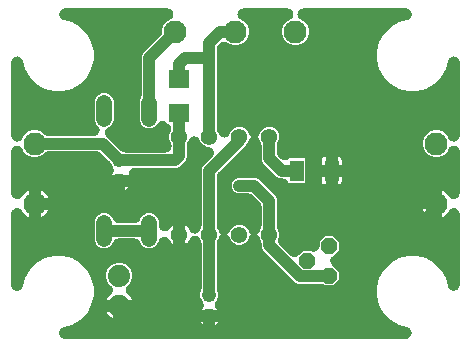
<source format=gbr>
G04 EAGLE Gerber RS-274X export*
G75*
%MOMM*%
%FSLAX34Y34*%
%LPD*%
%INBottom Copper*%
%IPPOS*%
%AMOC8*
5,1,8,0,0,1.08239X$1,22.5*%
G01*
%ADD10P,1.319650X8X292.500000*%
%ADD11C,1.219200*%
%ADD12R,1.164600X1.815300*%
%ADD13C,1.320800*%
%ADD14C,1.879600*%
%ADD15C,1.386000*%
%ADD16C,1.950000*%
%ADD17P,1.429621X8X112.500000*%
%ADD18R,1.803000X1.600000*%
%ADD19C,1.000000*%
%ADD20C,0.756400*%

G36*
X344470Y10179D02*
X344470Y10179D01*
X344764Y10195D01*
X344786Y10199D01*
X344808Y10201D01*
X345097Y10256D01*
X345386Y10309D01*
X345407Y10316D01*
X345429Y10320D01*
X345709Y10412D01*
X345989Y10501D01*
X346009Y10510D01*
X346029Y10517D01*
X346296Y10643D01*
X346562Y10766D01*
X346581Y10778D01*
X346601Y10787D01*
X346849Y10946D01*
X347097Y11102D01*
X347114Y11116D01*
X347133Y11128D01*
X347359Y11317D01*
X347586Y11503D01*
X347601Y11519D01*
X347618Y11533D01*
X347818Y11749D01*
X348020Y11963D01*
X348033Y11981D01*
X348048Y11997D01*
X348219Y12235D01*
X348393Y12473D01*
X348404Y12493D01*
X348416Y12510D01*
X348556Y12770D01*
X348698Y13027D01*
X348706Y13047D01*
X348717Y13066D01*
X348823Y13342D01*
X348931Y13614D01*
X348937Y13636D01*
X348945Y13656D01*
X349015Y13941D01*
X349088Y14227D01*
X349091Y14248D01*
X349096Y14270D01*
X349130Y14560D01*
X349167Y14854D01*
X349167Y14876D01*
X349169Y14897D01*
X349166Y15188D01*
X349166Y15486D01*
X349163Y15508D01*
X349163Y15530D01*
X349123Y15820D01*
X349085Y16113D01*
X349079Y16134D01*
X349076Y16156D01*
X349000Y16439D01*
X348925Y16724D01*
X348917Y16745D01*
X348911Y16766D01*
X348800Y17038D01*
X348690Y17311D01*
X348679Y17330D01*
X348671Y17350D01*
X348526Y17606D01*
X348382Y17863D01*
X348369Y17881D01*
X348359Y17900D01*
X348182Y18136D01*
X348008Y18372D01*
X347993Y18388D01*
X347979Y18406D01*
X347774Y18617D01*
X347572Y18830D01*
X347555Y18844D01*
X347539Y18860D01*
X347309Y19044D01*
X347081Y19229D01*
X347063Y19241D01*
X347046Y19254D01*
X346793Y19408D01*
X346545Y19563D01*
X346525Y19572D01*
X346506Y19584D01*
X346238Y19704D01*
X345970Y19827D01*
X345947Y19834D01*
X345929Y19842D01*
X345826Y19873D01*
X345471Y19989D01*
X338358Y21895D01*
X331481Y25865D01*
X325865Y31481D01*
X321895Y38358D01*
X319839Y46029D01*
X319839Y53971D01*
X321895Y61642D01*
X325865Y68519D01*
X331481Y74135D01*
X338358Y78105D01*
X346029Y80161D01*
X353971Y80161D01*
X361642Y78105D01*
X368519Y74135D01*
X374135Y68519D01*
X378105Y61642D01*
X380011Y54529D01*
X380104Y54252D01*
X380197Y53971D01*
X380206Y53951D01*
X380213Y53930D01*
X380341Y53667D01*
X380467Y53399D01*
X380479Y53381D01*
X380489Y53361D01*
X380649Y53116D01*
X380808Y52867D01*
X380822Y52850D01*
X380834Y52832D01*
X381024Y52609D01*
X381213Y52382D01*
X381229Y52367D01*
X381244Y52350D01*
X381460Y52153D01*
X381677Y51952D01*
X381694Y51939D01*
X381711Y51924D01*
X381952Y51755D01*
X382190Y51584D01*
X382210Y51573D01*
X382228Y51561D01*
X382488Y51423D01*
X382746Y51283D01*
X382767Y51275D01*
X382786Y51265D01*
X383061Y51161D01*
X383336Y51055D01*
X383357Y51050D01*
X383378Y51042D01*
X383664Y50974D01*
X383950Y50904D01*
X383971Y50901D01*
X383993Y50896D01*
X384287Y50864D01*
X384577Y50831D01*
X384599Y50831D01*
X384621Y50828D01*
X384918Y50834D01*
X385210Y50837D01*
X385231Y50840D01*
X385253Y50841D01*
X385545Y50884D01*
X385836Y50924D01*
X385857Y50930D01*
X385879Y50933D01*
X386163Y51012D01*
X386446Y51089D01*
X386466Y51097D01*
X386487Y51103D01*
X386759Y51218D01*
X387030Y51329D01*
X387050Y51340D01*
X387070Y51348D01*
X387324Y51496D01*
X387580Y51641D01*
X387598Y51655D01*
X387617Y51666D01*
X387851Y51844D01*
X388086Y52021D01*
X388101Y52036D01*
X388119Y52049D01*
X388328Y52256D01*
X388540Y52461D01*
X388553Y52478D01*
X388569Y52493D01*
X388750Y52723D01*
X388934Y52954D01*
X388946Y52973D01*
X388959Y52990D01*
X389110Y53242D01*
X389264Y53494D01*
X389273Y53514D01*
X389284Y53533D01*
X389402Y53802D01*
X389522Y54071D01*
X389528Y54092D01*
X389537Y54112D01*
X389620Y54394D01*
X389706Y54675D01*
X389709Y54697D01*
X389716Y54718D01*
X389762Y55007D01*
X389812Y55299D01*
X389813Y55323D01*
X389816Y55342D01*
X389820Y55449D01*
X389839Y55823D01*
X389839Y115724D01*
X389822Y115995D01*
X389810Y116268D01*
X389802Y116311D01*
X389799Y116355D01*
X389748Y116622D01*
X389701Y116890D01*
X389688Y116932D01*
X389680Y116975D01*
X389595Y117235D01*
X389515Y117495D01*
X389497Y117534D01*
X389483Y117576D01*
X389367Y117821D01*
X389254Y118070D01*
X389231Y118108D01*
X389213Y118147D01*
X389066Y118377D01*
X388923Y118609D01*
X388896Y118643D01*
X388872Y118680D01*
X388697Y118889D01*
X388526Y119101D01*
X388495Y119131D01*
X388467Y119165D01*
X388267Y119350D01*
X388071Y119539D01*
X388036Y119565D01*
X388003Y119595D01*
X387782Y119753D01*
X387563Y119916D01*
X387525Y119938D01*
X387490Y119963D01*
X387250Y120092D01*
X387013Y120226D01*
X386972Y120243D01*
X386934Y120263D01*
X386679Y120362D01*
X386427Y120464D01*
X386385Y120476D01*
X386344Y120491D01*
X386080Y120557D01*
X385816Y120627D01*
X385773Y120633D01*
X385730Y120643D01*
X385460Y120674D01*
X385190Y120711D01*
X385146Y120711D01*
X385103Y120716D01*
X384831Y120713D01*
X384558Y120715D01*
X384514Y120710D01*
X384470Y120709D01*
X384201Y120672D01*
X383930Y120639D01*
X383888Y120629D01*
X383844Y120623D01*
X383581Y120552D01*
X383317Y120485D01*
X383276Y120469D01*
X383234Y120458D01*
X382983Y120355D01*
X382728Y120255D01*
X382690Y120234D01*
X382650Y120218D01*
X382413Y120083D01*
X382174Y119952D01*
X382138Y119927D01*
X382100Y119905D01*
X381882Y119742D01*
X381661Y119582D01*
X381629Y119552D01*
X381594Y119526D01*
X381399Y119336D01*
X381200Y119150D01*
X381172Y119117D01*
X381140Y119086D01*
X380970Y118873D01*
X380797Y118664D01*
X380770Y118623D01*
X380746Y118592D01*
X380675Y118476D01*
X380510Y118223D01*
X380241Y117757D01*
X379261Y116479D01*
X378121Y115339D01*
X376843Y114359D01*
X375448Y113553D01*
X374999Y113367D01*
X374999Y124600D01*
X374999Y135833D01*
X375448Y135647D01*
X376843Y134841D01*
X378121Y133861D01*
X379261Y132721D01*
X380241Y131443D01*
X380510Y130977D01*
X380661Y130750D01*
X380808Y130520D01*
X380836Y130487D01*
X380860Y130450D01*
X381039Y130244D01*
X381213Y130035D01*
X381245Y130006D01*
X381274Y129972D01*
X381477Y129790D01*
X381677Y129605D01*
X381712Y129580D01*
X381745Y129551D01*
X381969Y129396D01*
X382190Y129237D01*
X382229Y129216D01*
X382265Y129191D01*
X382507Y129066D01*
X382746Y128937D01*
X382787Y128921D01*
X382826Y128901D01*
X383082Y128807D01*
X383336Y128709D01*
X383379Y128698D01*
X383420Y128683D01*
X383685Y128622D01*
X383950Y128557D01*
X383993Y128552D01*
X384036Y128542D01*
X384308Y128515D01*
X384577Y128484D01*
X384621Y128484D01*
X384665Y128480D01*
X384938Y128488D01*
X385210Y128491D01*
X385253Y128497D01*
X385297Y128498D01*
X385565Y128540D01*
X385836Y128577D01*
X385878Y128589D01*
X385921Y128595D01*
X386183Y128671D01*
X386446Y128742D01*
X386486Y128759D01*
X386528Y128771D01*
X386778Y128879D01*
X387030Y128982D01*
X387069Y129004D01*
X387109Y129021D01*
X387343Y129160D01*
X387580Y129295D01*
X387615Y129321D01*
X387653Y129343D01*
X387868Y129511D01*
X388086Y129674D01*
X388117Y129704D01*
X388152Y129731D01*
X388344Y129924D01*
X388540Y130114D01*
X388567Y130148D01*
X388598Y130179D01*
X388764Y130394D01*
X388934Y130608D01*
X388957Y130645D01*
X388984Y130680D01*
X389121Y130914D01*
X389264Y131147D01*
X389282Y131187D01*
X389304Y131225D01*
X389410Y131475D01*
X389522Y131724D01*
X389535Y131766D01*
X389552Y131806D01*
X389627Y132068D01*
X389706Y132329D01*
X389713Y132372D01*
X389725Y132414D01*
X389766Y132683D01*
X389812Y132952D01*
X389814Y133000D01*
X389820Y133039D01*
X389823Y133174D01*
X389839Y133476D01*
X389839Y168701D01*
X389821Y168983D01*
X389807Y169267D01*
X389801Y169299D01*
X389799Y169332D01*
X389746Y169609D01*
X389696Y169889D01*
X389686Y169920D01*
X389680Y169953D01*
X389592Y170222D01*
X389507Y170492D01*
X389494Y170522D01*
X389483Y170553D01*
X389362Y170810D01*
X389244Y171067D01*
X389227Y171095D01*
X389213Y171124D01*
X389060Y171364D01*
X388910Y171604D01*
X388890Y171629D01*
X388872Y171657D01*
X388690Y171874D01*
X388511Y172094D01*
X388488Y172117D01*
X388467Y172142D01*
X388259Y172334D01*
X388054Y172530D01*
X388027Y172550D01*
X388003Y172572D01*
X387774Y172737D01*
X387545Y172905D01*
X387516Y172921D01*
X387490Y172940D01*
X387241Y173075D01*
X386993Y173213D01*
X386962Y173225D01*
X386934Y173241D01*
X386670Y173343D01*
X386406Y173449D01*
X386375Y173457D01*
X386344Y173469D01*
X386069Y173537D01*
X385795Y173608D01*
X385762Y173613D01*
X385730Y173620D01*
X385449Y173653D01*
X385168Y173690D01*
X385135Y173690D01*
X385103Y173693D01*
X384820Y173690D01*
X384536Y173691D01*
X384503Y173687D01*
X384470Y173687D01*
X384191Y173648D01*
X383909Y173613D01*
X383877Y173605D01*
X383844Y173600D01*
X383572Y173527D01*
X383296Y173456D01*
X383266Y173444D01*
X383234Y173435D01*
X382973Y173328D01*
X382709Y173223D01*
X382680Y173207D01*
X382650Y173195D01*
X382403Y173055D01*
X382155Y172918D01*
X382129Y172899D01*
X382100Y172883D01*
X381874Y172713D01*
X381644Y172546D01*
X381621Y172523D01*
X381594Y172503D01*
X381391Y172306D01*
X381185Y172112D01*
X381164Y172086D01*
X381140Y172063D01*
X380963Y171842D01*
X380784Y171623D01*
X380766Y171595D01*
X380746Y171570D01*
X380598Y171328D01*
X380447Y171088D01*
X380432Y171055D01*
X380416Y171030D01*
X380365Y170915D01*
X380221Y170614D01*
X379558Y169013D01*
X376387Y165842D01*
X372243Y164125D01*
X367757Y164125D01*
X363613Y165842D01*
X360442Y169013D01*
X358725Y173157D01*
X358725Y177643D01*
X360442Y181787D01*
X363613Y184958D01*
X367757Y186675D01*
X372243Y186675D01*
X376387Y184958D01*
X379558Y181787D01*
X380221Y180186D01*
X380346Y179932D01*
X380467Y179676D01*
X380485Y179648D01*
X380500Y179618D01*
X380655Y179383D01*
X380808Y179143D01*
X380829Y179118D01*
X380847Y179090D01*
X381032Y178876D01*
X381213Y178658D01*
X381237Y178636D01*
X381259Y178611D01*
X381470Y178420D01*
X381677Y178228D01*
X381703Y178209D01*
X381728Y178187D01*
X381961Y178024D01*
X382190Y177860D01*
X382219Y177844D01*
X382246Y177825D01*
X382497Y177694D01*
X382746Y177559D01*
X382777Y177547D01*
X382806Y177532D01*
X383071Y177434D01*
X383336Y177331D01*
X383368Y177323D01*
X383399Y177312D01*
X383675Y177248D01*
X383950Y177180D01*
X383982Y177176D01*
X384014Y177168D01*
X384297Y177139D01*
X384577Y177107D01*
X384610Y177107D01*
X384643Y177104D01*
X384927Y177110D01*
X385210Y177113D01*
X385242Y177118D01*
X385275Y177119D01*
X385554Y177161D01*
X385836Y177200D01*
X385868Y177208D01*
X385900Y177213D01*
X386172Y177291D01*
X386446Y177365D01*
X386476Y177377D01*
X386508Y177386D01*
X386769Y177498D01*
X387030Y177605D01*
X387059Y177621D01*
X387089Y177634D01*
X387333Y177777D01*
X387580Y177917D01*
X387606Y177937D01*
X387635Y177954D01*
X387859Y178127D01*
X388086Y178297D01*
X388109Y178319D01*
X388135Y178340D01*
X388337Y178540D01*
X388540Y178737D01*
X388560Y178762D01*
X388583Y178785D01*
X388757Y179009D01*
X388934Y179230D01*
X388951Y179258D01*
X388972Y179284D01*
X389116Y179528D01*
X389264Y179770D01*
X389277Y179800D01*
X389294Y179828D01*
X389406Y180088D01*
X389522Y180347D01*
X389532Y180378D01*
X389545Y180408D01*
X389623Y180680D01*
X389706Y180951D01*
X389711Y180984D01*
X389720Y181015D01*
X389764Y181294D01*
X389812Y181575D01*
X389814Y181611D01*
X389818Y181640D01*
X389822Y181766D01*
X389839Y182099D01*
X389839Y244177D01*
X389821Y244470D01*
X389805Y244764D01*
X389801Y244786D01*
X389799Y244808D01*
X389744Y245097D01*
X389691Y245386D01*
X389684Y245407D01*
X389680Y245429D01*
X389588Y245709D01*
X389499Y245989D01*
X389490Y246009D01*
X389483Y246029D01*
X389357Y246296D01*
X389234Y246562D01*
X389222Y246581D01*
X389213Y246601D01*
X389054Y246849D01*
X388898Y247097D01*
X388884Y247114D01*
X388872Y247133D01*
X388683Y247359D01*
X388497Y247586D01*
X388481Y247601D01*
X388467Y247618D01*
X388251Y247818D01*
X388037Y248020D01*
X388019Y248033D01*
X388003Y248048D01*
X387765Y248219D01*
X387527Y248393D01*
X387507Y248404D01*
X387490Y248416D01*
X387230Y248556D01*
X386973Y248698D01*
X386953Y248706D01*
X386934Y248717D01*
X386658Y248823D01*
X386386Y248931D01*
X386364Y248937D01*
X386344Y248945D01*
X386059Y249015D01*
X385773Y249088D01*
X385752Y249091D01*
X385730Y249096D01*
X385440Y249130D01*
X385146Y249167D01*
X385124Y249167D01*
X385103Y249169D01*
X384811Y249166D01*
X384514Y249166D01*
X384492Y249163D01*
X384470Y249163D01*
X384180Y249123D01*
X383887Y249085D01*
X383866Y249079D01*
X383844Y249076D01*
X383561Y249000D01*
X383276Y248925D01*
X383255Y248917D01*
X383234Y248911D01*
X382962Y248800D01*
X382689Y248690D01*
X382670Y248679D01*
X382650Y248671D01*
X382394Y248526D01*
X382137Y248382D01*
X382119Y248369D01*
X382100Y248359D01*
X381864Y248182D01*
X381628Y248008D01*
X381612Y247993D01*
X381594Y247979D01*
X381383Y247774D01*
X381170Y247572D01*
X381156Y247555D01*
X381140Y247539D01*
X380956Y247309D01*
X380771Y247081D01*
X380759Y247063D01*
X380746Y247046D01*
X380592Y246793D01*
X380437Y246545D01*
X380428Y246525D01*
X380416Y246506D01*
X380296Y246238D01*
X380173Y245970D01*
X380166Y245947D01*
X380158Y245929D01*
X380127Y245826D01*
X380011Y245471D01*
X378105Y238358D01*
X374135Y231481D01*
X368519Y225865D01*
X361642Y221895D01*
X353971Y219839D01*
X346029Y219839D01*
X338358Y221895D01*
X331481Y225865D01*
X325865Y231481D01*
X321895Y238358D01*
X319839Y246029D01*
X319839Y253971D01*
X321895Y261642D01*
X325865Y268519D01*
X331481Y274135D01*
X338358Y278105D01*
X345471Y280011D01*
X345748Y280104D01*
X346029Y280197D01*
X346049Y280206D01*
X346070Y280213D01*
X346333Y280341D01*
X346600Y280467D01*
X346619Y280479D01*
X346639Y280489D01*
X346884Y280649D01*
X347133Y280808D01*
X347150Y280822D01*
X347168Y280834D01*
X347392Y281025D01*
X347618Y281213D01*
X347633Y281229D01*
X347650Y281244D01*
X347848Y281461D01*
X348048Y281677D01*
X348061Y281694D01*
X348076Y281711D01*
X348245Y281952D01*
X348416Y282190D01*
X348427Y282210D01*
X348439Y282228D01*
X348577Y282488D01*
X348717Y282746D01*
X348725Y282767D01*
X348735Y282786D01*
X348839Y283061D01*
X348945Y283336D01*
X348950Y283357D01*
X348958Y283378D01*
X349026Y283664D01*
X349096Y283950D01*
X349099Y283971D01*
X349104Y283993D01*
X349136Y284287D01*
X349169Y284577D01*
X349169Y284599D01*
X349172Y284621D01*
X349166Y284918D01*
X349163Y285210D01*
X349160Y285231D01*
X349159Y285253D01*
X349116Y285545D01*
X349076Y285836D01*
X349070Y285857D01*
X349067Y285879D01*
X348988Y286163D01*
X348911Y286446D01*
X348903Y286466D01*
X348897Y286487D01*
X348782Y286759D01*
X348671Y287030D01*
X348660Y287050D01*
X348652Y287070D01*
X348504Y287324D01*
X348359Y287580D01*
X348345Y287598D01*
X348334Y287617D01*
X348156Y287850D01*
X347979Y288086D01*
X347964Y288102D01*
X347951Y288119D01*
X347745Y288327D01*
X347539Y288540D01*
X347522Y288553D01*
X347507Y288569D01*
X347277Y288750D01*
X347046Y288934D01*
X347027Y288946D01*
X347010Y288959D01*
X346758Y289110D01*
X346506Y289264D01*
X346486Y289273D01*
X346467Y289284D01*
X346197Y289402D01*
X345929Y289522D01*
X345908Y289528D01*
X345888Y289537D01*
X345606Y289620D01*
X345325Y289706D01*
X345303Y289709D01*
X345282Y289716D01*
X344993Y289762D01*
X344701Y289812D01*
X344677Y289813D01*
X344658Y289816D01*
X344551Y289820D01*
X344177Y289839D01*
X257499Y289839D01*
X257217Y289821D01*
X256933Y289807D01*
X256901Y289801D01*
X256868Y289799D01*
X256591Y289746D01*
X256311Y289696D01*
X256280Y289686D01*
X256247Y289680D01*
X255978Y289592D01*
X255708Y289507D01*
X255678Y289494D01*
X255647Y289483D01*
X255390Y289362D01*
X255133Y289244D01*
X255105Y289227D01*
X255076Y289213D01*
X254836Y289060D01*
X254596Y288910D01*
X254571Y288890D01*
X254543Y288872D01*
X254326Y288690D01*
X254106Y288511D01*
X254083Y288488D01*
X254058Y288467D01*
X253866Y288259D01*
X253670Y288054D01*
X253650Y288027D01*
X253628Y288003D01*
X253463Y287774D01*
X253295Y287545D01*
X253279Y287516D01*
X253260Y287490D01*
X253125Y287241D01*
X252987Y286993D01*
X252975Y286962D01*
X252959Y286934D01*
X252857Y286670D01*
X252751Y286406D01*
X252743Y286375D01*
X252731Y286344D01*
X252663Y286069D01*
X252592Y285795D01*
X252587Y285762D01*
X252580Y285730D01*
X252547Y285449D01*
X252510Y285168D01*
X252510Y285135D01*
X252507Y285103D01*
X252510Y284820D01*
X252509Y284536D01*
X252513Y284503D01*
X252513Y284470D01*
X252552Y284191D01*
X252587Y283909D01*
X252595Y283877D01*
X252600Y283844D01*
X252673Y283572D01*
X252744Y283296D01*
X252756Y283266D01*
X252765Y283234D01*
X252872Y282973D01*
X252977Y282709D01*
X252993Y282680D01*
X253005Y282650D01*
X253145Y282403D01*
X253282Y282155D01*
X253301Y282129D01*
X253317Y282100D01*
X253487Y281874D01*
X253654Y281644D01*
X253677Y281621D01*
X253697Y281594D01*
X253894Y281391D01*
X254088Y281185D01*
X254114Y281164D01*
X254137Y281140D01*
X254358Y280963D01*
X254577Y280784D01*
X254605Y280766D01*
X254630Y280746D01*
X254872Y280598D01*
X255112Y280447D01*
X255145Y280432D01*
X255170Y280416D01*
X255285Y280365D01*
X255586Y280221D01*
X257187Y279558D01*
X260358Y276387D01*
X262075Y272243D01*
X262075Y267757D01*
X260358Y263613D01*
X257187Y260442D01*
X253043Y258725D01*
X248557Y258725D01*
X244413Y260442D01*
X241242Y263613D01*
X239525Y267757D01*
X239525Y272243D01*
X241242Y276387D01*
X244413Y279558D01*
X246014Y280221D01*
X246268Y280346D01*
X246524Y280467D01*
X246552Y280485D01*
X246582Y280500D01*
X246817Y280655D01*
X247057Y280808D01*
X247082Y280829D01*
X247110Y280847D01*
X247324Y281032D01*
X247542Y281213D01*
X247564Y281237D01*
X247589Y281259D01*
X247780Y281470D01*
X247972Y281677D01*
X247991Y281703D01*
X248013Y281728D01*
X248175Y281960D01*
X248340Y282190D01*
X248356Y282219D01*
X248375Y282246D01*
X248506Y282497D01*
X248641Y282746D01*
X248653Y282777D01*
X248668Y282806D01*
X248766Y283071D01*
X248869Y283336D01*
X248877Y283368D01*
X248888Y283399D01*
X248952Y283675D01*
X249020Y283950D01*
X249024Y283982D01*
X249032Y284014D01*
X249061Y284297D01*
X249093Y284577D01*
X249093Y284610D01*
X249096Y284643D01*
X249090Y284927D01*
X249087Y285210D01*
X249082Y285242D01*
X249081Y285275D01*
X249039Y285554D01*
X249000Y285836D01*
X248992Y285868D01*
X248987Y285900D01*
X248909Y286172D01*
X248835Y286446D01*
X248823Y286476D01*
X248814Y286508D01*
X248702Y286769D01*
X248595Y287030D01*
X248579Y287059D01*
X248566Y287089D01*
X248423Y287333D01*
X248283Y287580D01*
X248263Y287606D01*
X248246Y287635D01*
X248073Y287859D01*
X247903Y288086D01*
X247881Y288109D01*
X247860Y288135D01*
X247660Y288337D01*
X247463Y288540D01*
X247438Y288560D01*
X247415Y288583D01*
X247191Y288757D01*
X246970Y288934D01*
X246942Y288951D01*
X246916Y288972D01*
X246672Y289116D01*
X246430Y289264D01*
X246400Y289277D01*
X246372Y289294D01*
X246112Y289406D01*
X245853Y289522D01*
X245822Y289532D01*
X245792Y289545D01*
X245520Y289623D01*
X245249Y289706D01*
X245216Y289711D01*
X245185Y289720D01*
X244906Y289764D01*
X244625Y289812D01*
X244589Y289814D01*
X244560Y289818D01*
X244434Y289822D01*
X244101Y289839D01*
X206699Y289839D01*
X206417Y289821D01*
X206133Y289807D01*
X206101Y289801D01*
X206068Y289799D01*
X205791Y289746D01*
X205511Y289696D01*
X205480Y289686D01*
X205447Y289680D01*
X205178Y289592D01*
X204908Y289507D01*
X204878Y289494D01*
X204847Y289483D01*
X204590Y289362D01*
X204333Y289244D01*
X204305Y289227D01*
X204276Y289213D01*
X204036Y289060D01*
X203796Y288910D01*
X203771Y288890D01*
X203743Y288872D01*
X203526Y288690D01*
X203306Y288511D01*
X203283Y288488D01*
X203258Y288467D01*
X203066Y288259D01*
X202870Y288054D01*
X202850Y288027D01*
X202828Y288003D01*
X202663Y287774D01*
X202495Y287545D01*
X202479Y287516D01*
X202460Y287490D01*
X202325Y287241D01*
X202187Y286993D01*
X202175Y286962D01*
X202159Y286934D01*
X202057Y286670D01*
X201951Y286406D01*
X201943Y286375D01*
X201931Y286344D01*
X201863Y286069D01*
X201792Y285795D01*
X201787Y285762D01*
X201780Y285730D01*
X201747Y285449D01*
X201710Y285168D01*
X201710Y285135D01*
X201707Y285103D01*
X201710Y284820D01*
X201709Y284536D01*
X201713Y284503D01*
X201713Y284470D01*
X201752Y284191D01*
X201787Y283909D01*
X201795Y283877D01*
X201800Y283844D01*
X201873Y283572D01*
X201944Y283296D01*
X201956Y283266D01*
X201965Y283234D01*
X202072Y282973D01*
X202177Y282709D01*
X202193Y282680D01*
X202205Y282650D01*
X202345Y282403D01*
X202482Y282155D01*
X202501Y282129D01*
X202517Y282100D01*
X202687Y281874D01*
X202854Y281644D01*
X202877Y281621D01*
X202897Y281594D01*
X203094Y281391D01*
X203288Y281185D01*
X203314Y281164D01*
X203337Y281140D01*
X203558Y280963D01*
X203777Y280784D01*
X203805Y280766D01*
X203830Y280746D01*
X204072Y280598D01*
X204312Y280447D01*
X204345Y280432D01*
X204370Y280416D01*
X204485Y280365D01*
X204786Y280221D01*
X206387Y279558D01*
X209558Y276387D01*
X211275Y272243D01*
X211275Y267757D01*
X209558Y263613D01*
X206387Y260442D01*
X202243Y258725D01*
X197757Y258725D01*
X193581Y260455D01*
X193555Y260481D01*
X193451Y260560D01*
X193352Y260647D01*
X193199Y260751D01*
X193051Y260862D01*
X192937Y260928D01*
X192829Y261001D01*
X192664Y261085D01*
X192503Y261177D01*
X192382Y261228D01*
X192265Y261287D01*
X192091Y261349D01*
X191920Y261420D01*
X191793Y261455D01*
X191669Y261499D01*
X191489Y261539D01*
X191310Y261588D01*
X191180Y261607D01*
X191052Y261635D01*
X190868Y261651D01*
X190685Y261678D01*
X190553Y261680D01*
X190423Y261691D01*
X190238Y261685D01*
X190053Y261687D01*
X189922Y261673D01*
X189791Y261668D01*
X189608Y261638D01*
X189424Y261617D01*
X189297Y261587D01*
X189167Y261565D01*
X188990Y261512D01*
X188810Y261469D01*
X188687Y261422D01*
X188562Y261384D01*
X188392Y261309D01*
X188219Y261244D01*
X188104Y261182D01*
X187983Y261129D01*
X187825Y261033D01*
X187662Y260946D01*
X187555Y260870D01*
X187442Y260802D01*
X187297Y260687D01*
X187146Y260580D01*
X187032Y260477D01*
X186947Y260410D01*
X186870Y260332D01*
X186756Y260229D01*
X185789Y259262D01*
X185710Y259172D01*
X185624Y259089D01*
X185501Y258935D01*
X185371Y258787D01*
X185304Y258689D01*
X185230Y258595D01*
X185127Y258427D01*
X185017Y258264D01*
X184963Y258158D01*
X184900Y258056D01*
X184820Y257876D01*
X184731Y257700D01*
X184691Y257588D01*
X184642Y257479D01*
X184585Y257290D01*
X184518Y257105D01*
X184493Y256988D01*
X184458Y256874D01*
X184425Y256680D01*
X184383Y256487D01*
X184372Y256369D01*
X184352Y256251D01*
X184339Y255997D01*
X184326Y255858D01*
X184329Y255800D01*
X184325Y255727D01*
X184325Y188336D01*
X184330Y188249D01*
X184328Y188163D01*
X184350Y187934D01*
X184365Y187705D01*
X184381Y187620D01*
X184389Y187534D01*
X184441Y187310D01*
X184484Y187084D01*
X184511Y187002D01*
X184530Y186917D01*
X184641Y186603D01*
X184681Y186483D01*
X184693Y186457D01*
X184705Y186422D01*
X185881Y183583D01*
X185992Y183358D01*
X186096Y183131D01*
X186131Y183075D01*
X186160Y183016D01*
X186298Y182806D01*
X186430Y182594D01*
X186471Y182543D01*
X186507Y182488D01*
X186670Y182298D01*
X186829Y182103D01*
X186876Y182058D01*
X186919Y182008D01*
X187105Y181840D01*
X187286Y181667D01*
X187339Y181628D01*
X187388Y181584D01*
X187593Y181441D01*
X187795Y181292D01*
X187852Y181260D01*
X187906Y181223D01*
X188128Y181107D01*
X188347Y180984D01*
X188408Y180960D01*
X188466Y180930D01*
X188701Y180842D01*
X188934Y180749D01*
X188997Y180732D01*
X189059Y180709D01*
X189303Y180652D01*
X189545Y180589D01*
X189610Y180581D01*
X189674Y180566D01*
X189924Y180540D01*
X190172Y180508D01*
X190238Y180508D01*
X190303Y180501D01*
X190554Y180507D01*
X190804Y180506D01*
X190869Y180515D01*
X190935Y180516D01*
X191182Y180554D01*
X191431Y180585D01*
X191495Y180601D01*
X191560Y180611D01*
X191800Y180679D01*
X192044Y180741D01*
X192105Y180766D01*
X192168Y180784D01*
X192398Y180882D01*
X192631Y180974D01*
X192689Y181006D01*
X192749Y181032D01*
X192965Y181158D01*
X193185Y181279D01*
X193238Y181318D01*
X193295Y181351D01*
X193493Y181504D01*
X193696Y181652D01*
X193743Y181697D01*
X193795Y181737D01*
X193973Y181914D01*
X194155Y182086D01*
X194197Y182137D01*
X194243Y182183D01*
X194397Y182380D01*
X194556Y182574D01*
X194591Y182630D01*
X194632Y182682D01*
X194759Y182897D01*
X194893Y183109D01*
X194924Y183176D01*
X194954Y183226D01*
X195009Y183354D01*
X195119Y183583D01*
X196032Y185789D01*
X198411Y188168D01*
X201518Y189455D01*
X204882Y189455D01*
X207989Y188168D01*
X210368Y185789D01*
X211281Y183583D01*
X211392Y183358D01*
X211496Y183131D01*
X211531Y183075D01*
X211560Y183016D01*
X211698Y182806D01*
X211830Y182594D01*
X211871Y182543D01*
X211907Y182488D01*
X212070Y182298D01*
X212229Y182103D01*
X212276Y182058D01*
X212319Y182008D01*
X212504Y181841D01*
X212686Y181667D01*
X212739Y181628D01*
X212788Y181584D01*
X212993Y181441D01*
X213195Y181292D01*
X213252Y181260D01*
X213306Y181223D01*
X213528Y181107D01*
X213721Y180999D01*
X213711Y180994D01*
X213651Y180968D01*
X213434Y180842D01*
X213215Y180721D01*
X213162Y180682D01*
X213105Y180649D01*
X212907Y180496D01*
X212704Y180348D01*
X212657Y180303D01*
X212605Y180263D01*
X212427Y180086D01*
X212245Y179914D01*
X212203Y179864D01*
X212157Y179817D01*
X212003Y179620D01*
X211844Y179426D01*
X211809Y179370D01*
X211768Y179318D01*
X211641Y179103D01*
X211507Y178891D01*
X211476Y178824D01*
X211446Y178774D01*
X211391Y178646D01*
X211281Y178417D01*
X210368Y176211D01*
X209767Y175611D01*
X209710Y175546D01*
X209647Y175486D01*
X209501Y175308D01*
X209350Y175136D01*
X209301Y175065D01*
X209246Y174998D01*
X209124Y174803D01*
X208995Y174613D01*
X208956Y174536D01*
X208910Y174462D01*
X208766Y174162D01*
X208743Y174115D01*
X185789Y151162D01*
X185710Y151072D01*
X185624Y150989D01*
X185501Y150835D01*
X185371Y150687D01*
X185304Y150588D01*
X185230Y150495D01*
X185127Y150327D01*
X185017Y150164D01*
X184963Y150058D01*
X184900Y149956D01*
X184820Y149776D01*
X184731Y149600D01*
X184691Y149488D01*
X184642Y149379D01*
X184585Y149190D01*
X184518Y149005D01*
X184493Y148888D01*
X184458Y148774D01*
X184425Y148580D01*
X184383Y148387D01*
X184372Y148269D01*
X184352Y148151D01*
X184339Y147897D01*
X184326Y147758D01*
X184329Y147700D01*
X184325Y147627D01*
X184325Y105736D01*
X184330Y105649D01*
X184328Y105563D01*
X184350Y105334D01*
X184365Y105105D01*
X184381Y105020D01*
X184389Y104934D01*
X184441Y104709D01*
X184484Y104484D01*
X184511Y104402D01*
X184530Y104317D01*
X184641Y104004D01*
X184681Y103883D01*
X184693Y103857D01*
X184705Y103822D01*
X185881Y100983D01*
X185992Y100758D01*
X186096Y100531D01*
X186131Y100475D01*
X186160Y100416D01*
X186297Y100207D01*
X186430Y99994D01*
X186471Y99943D01*
X186507Y99888D01*
X186670Y99698D01*
X186828Y99503D01*
X186876Y99458D01*
X186919Y99408D01*
X187105Y99240D01*
X187286Y99067D01*
X187339Y99028D01*
X187388Y98984D01*
X187594Y98840D01*
X187795Y98692D01*
X187852Y98660D01*
X187906Y98623D01*
X188128Y98506D01*
X188321Y98399D01*
X188311Y98394D01*
X188251Y98368D01*
X188035Y98242D01*
X187815Y98121D01*
X187762Y98082D01*
X187705Y98049D01*
X187507Y97896D01*
X187304Y97748D01*
X187257Y97703D01*
X187205Y97663D01*
X187027Y97486D01*
X186845Y97314D01*
X186803Y97264D01*
X186757Y97217D01*
X186603Y97019D01*
X186444Y96826D01*
X186409Y96770D01*
X186368Y96718D01*
X186241Y96502D01*
X186107Y96291D01*
X186076Y96224D01*
X186046Y96174D01*
X185991Y96046D01*
X185881Y95817D01*
X184705Y92978D01*
X184677Y92896D01*
X184642Y92817D01*
X184575Y92597D01*
X184501Y92379D01*
X184483Y92295D01*
X184458Y92212D01*
X184420Y91986D01*
X184373Y91760D01*
X184367Y91674D01*
X184352Y91589D01*
X184335Y91256D01*
X184325Y91130D01*
X184327Y91101D01*
X184325Y91064D01*
X184325Y52146D01*
X184330Y52060D01*
X184328Y51973D01*
X184350Y51745D01*
X184365Y51515D01*
X184381Y51430D01*
X184389Y51344D01*
X184441Y51121D01*
X184484Y50895D01*
X184511Y50812D01*
X184530Y50728D01*
X184641Y50415D01*
X184681Y50294D01*
X184693Y50267D01*
X184705Y50233D01*
X185421Y48506D01*
X185421Y45474D01*
X184261Y42673D01*
X183941Y42353D01*
X183819Y42215D01*
X183689Y42082D01*
X183610Y41978D01*
X183523Y41879D01*
X183419Y41726D01*
X183307Y41579D01*
X183242Y41464D01*
X183168Y41356D01*
X183085Y41191D01*
X182993Y41031D01*
X182942Y40909D01*
X182883Y40792D01*
X182820Y40618D01*
X182749Y40447D01*
X182714Y40321D01*
X182670Y40197D01*
X182631Y40016D01*
X182581Y39838D01*
X182563Y39708D01*
X182535Y39579D01*
X182518Y39395D01*
X182492Y39212D01*
X182490Y39081D01*
X182478Y38950D01*
X182485Y38765D01*
X182482Y38580D01*
X182497Y38449D01*
X182502Y38318D01*
X182532Y38136D01*
X182552Y37952D01*
X182583Y37824D01*
X182604Y37694D01*
X182657Y37517D01*
X182701Y37337D01*
X182748Y37214D01*
X182785Y37089D01*
X182860Y36920D01*
X182926Y36747D01*
X182988Y36631D01*
X183041Y36511D01*
X183137Y36352D01*
X183224Y36189D01*
X183300Y36082D01*
X183368Y35970D01*
X183482Y35824D01*
X183589Y35674D01*
X183692Y35559D01*
X183760Y35474D01*
X183838Y35398D01*
X183941Y35283D01*
X185015Y34209D01*
X177800Y34209D01*
X170585Y34209D01*
X171659Y35283D01*
X171782Y35422D01*
X171911Y35554D01*
X171990Y35659D01*
X172077Y35758D01*
X172181Y35911D01*
X172293Y36058D01*
X172358Y36172D01*
X172432Y36281D01*
X172515Y36446D01*
X172608Y36606D01*
X172658Y36728D01*
X172717Y36845D01*
X172780Y37019D01*
X172851Y37190D01*
X172886Y37316D01*
X172930Y37440D01*
X172969Y37621D01*
X173019Y37799D01*
X173037Y37929D01*
X173065Y38058D01*
X173082Y38242D01*
X173108Y38425D01*
X173110Y38556D01*
X173122Y38687D01*
X173115Y38872D01*
X173118Y39057D01*
X173103Y39187D01*
X173098Y39319D01*
X173068Y39501D01*
X173048Y39685D01*
X173017Y39813D01*
X172996Y39942D01*
X172943Y40120D01*
X172899Y40300D01*
X172852Y40422D01*
X172815Y40548D01*
X172740Y40718D01*
X172674Y40890D01*
X172612Y41006D01*
X172559Y41126D01*
X172463Y41285D01*
X172376Y41448D01*
X172300Y41555D01*
X172232Y41667D01*
X172118Y41812D01*
X172010Y41963D01*
X171908Y42077D01*
X171840Y42163D01*
X171762Y42239D01*
X171659Y42353D01*
X171339Y42673D01*
X170179Y45474D01*
X170179Y48506D01*
X170895Y50233D01*
X170923Y50315D01*
X170958Y50394D01*
X171025Y50614D01*
X171099Y50831D01*
X171117Y50916D01*
X171142Y50999D01*
X171180Y51226D01*
X171227Y51450D01*
X171233Y51536D01*
X171248Y51622D01*
X171265Y51955D01*
X171275Y52081D01*
X171273Y52110D01*
X171275Y52146D01*
X171275Y91064D01*
X171270Y91151D01*
X171272Y91237D01*
X171250Y91466D01*
X171235Y91695D01*
X171219Y91780D01*
X171211Y91866D01*
X171160Y92090D01*
X171116Y92316D01*
X171089Y92398D01*
X171070Y92483D01*
X170959Y92796D01*
X170919Y92917D01*
X170907Y92943D01*
X170895Y92978D01*
X170279Y94465D01*
X170255Y94513D01*
X170236Y94565D01*
X170115Y94798D01*
X170000Y95032D01*
X169971Y95077D01*
X169946Y95126D01*
X169797Y95342D01*
X169653Y95560D01*
X169617Y95601D01*
X169586Y95646D01*
X169411Y95841D01*
X169241Y96040D01*
X169201Y96076D01*
X169165Y96117D01*
X168966Y96289D01*
X168772Y96464D01*
X168728Y96495D01*
X168687Y96530D01*
X168469Y96675D01*
X168254Y96825D01*
X168206Y96851D01*
X168160Y96881D01*
X167926Y96997D01*
X167694Y97118D01*
X167643Y97137D01*
X167594Y97161D01*
X167347Y97247D01*
X167101Y97339D01*
X167048Y97351D01*
X166997Y97369D01*
X166741Y97423D01*
X166486Y97482D01*
X166432Y97488D01*
X166378Y97499D01*
X166117Y97520D01*
X165857Y97547D01*
X165803Y97546D01*
X165748Y97550D01*
X165487Y97538D01*
X165225Y97532D01*
X165171Y97524D01*
X165117Y97521D01*
X164859Y97476D01*
X164600Y97437D01*
X164548Y97422D01*
X164494Y97413D01*
X164245Y97336D01*
X163992Y97264D01*
X163942Y97243D01*
X163890Y97227D01*
X163652Y97119D01*
X163411Y97016D01*
X163364Y96989D01*
X163314Y96966D01*
X163092Y96829D01*
X162865Y96697D01*
X162822Y96663D01*
X162776Y96635D01*
X162572Y96471D01*
X162365Y96311D01*
X162326Y96272D01*
X162284Y96238D01*
X162102Y96050D01*
X161917Y95865D01*
X161883Y95822D01*
X161846Y95783D01*
X161689Y95573D01*
X161528Y95366D01*
X161501Y95319D01*
X161468Y95276D01*
X161209Y94827D01*
X161206Y94822D01*
X161206Y94821D01*
X160500Y93436D01*
X159624Y92230D01*
X158570Y91176D01*
X157399Y90326D01*
X157399Y98400D01*
X157399Y106474D01*
X158570Y105624D01*
X159624Y104570D01*
X160500Y103364D01*
X161206Y101979D01*
X161233Y101932D01*
X161256Y101883D01*
X161395Y101660D01*
X161528Y101435D01*
X161561Y101392D01*
X161590Y101346D01*
X161755Y101142D01*
X161916Y100936D01*
X161954Y100898D01*
X161989Y100855D01*
X162178Y100675D01*
X162364Y100490D01*
X162407Y100457D01*
X162446Y100419D01*
X162657Y100264D01*
X162864Y100104D01*
X162911Y100077D01*
X162955Y100044D01*
X163183Y99917D01*
X163410Y99784D01*
X163460Y99763D01*
X163507Y99737D01*
X163750Y99639D01*
X163991Y99536D01*
X164043Y99521D01*
X164094Y99501D01*
X164347Y99435D01*
X164599Y99363D01*
X164653Y99355D01*
X164705Y99341D01*
X164965Y99308D01*
X165224Y99268D01*
X165278Y99267D01*
X165332Y99260D01*
X165594Y99259D01*
X165856Y99253D01*
X165910Y99259D01*
X165964Y99258D01*
X166224Y99291D01*
X166484Y99318D01*
X166537Y99330D01*
X166591Y99337D01*
X166845Y99402D01*
X167100Y99461D01*
X167151Y99480D01*
X167204Y99494D01*
X167447Y99590D01*
X167693Y99681D01*
X167741Y99706D01*
X167791Y99726D01*
X168021Y99853D01*
X168253Y99974D01*
X168297Y100005D01*
X168345Y100031D01*
X168556Y100186D01*
X168771Y100335D01*
X168812Y100372D01*
X168856Y100404D01*
X169046Y100583D01*
X169240Y100759D01*
X169276Y100801D01*
X169315Y100838D01*
X169481Y101040D01*
X169652Y101239D01*
X169682Y101284D01*
X169716Y101326D01*
X169855Y101548D01*
X170000Y101767D01*
X170024Y101815D01*
X170053Y101862D01*
X170275Y102328D01*
X170278Y102334D01*
X170278Y102335D01*
X170279Y102335D01*
X170895Y103822D01*
X170923Y103904D01*
X170958Y103983D01*
X171025Y104203D01*
X171099Y104421D01*
X171117Y104505D01*
X171142Y104588D01*
X171180Y104815D01*
X171227Y105040D01*
X171233Y105126D01*
X171248Y105211D01*
X171265Y105544D01*
X171275Y105670D01*
X171273Y105699D01*
X171275Y105736D01*
X171275Y153698D01*
X172269Y156096D01*
X174807Y158635D01*
X180184Y164011D01*
X180349Y164199D01*
X180520Y164383D01*
X180558Y164436D01*
X180601Y164485D01*
X180742Y164693D01*
X180888Y164896D01*
X180919Y164954D01*
X180956Y165009D01*
X181069Y165232D01*
X181188Y165452D01*
X181212Y165514D01*
X181242Y165572D01*
X181326Y165808D01*
X181416Y166042D01*
X181432Y166106D01*
X181454Y166168D01*
X181508Y166412D01*
X181568Y166656D01*
X181576Y166721D01*
X181590Y166785D01*
X181612Y167035D01*
X181641Y167283D01*
X181640Y167349D01*
X181646Y167415D01*
X181637Y167666D01*
X181634Y167916D01*
X181625Y167980D01*
X181623Y168046D01*
X181582Y168294D01*
X181548Y168542D01*
X181531Y168605D01*
X181520Y168670D01*
X181448Y168910D01*
X181383Y169152D01*
X181358Y169213D01*
X181339Y169276D01*
X181238Y169505D01*
X181142Y169736D01*
X181110Y169794D01*
X181083Y169854D01*
X180954Y170068D01*
X180830Y170286D01*
X180791Y170339D01*
X180757Y170395D01*
X180601Y170592D01*
X180451Y170792D01*
X180405Y170839D01*
X180364Y170891D01*
X180185Y171066D01*
X180011Y171246D01*
X179960Y171287D01*
X179913Y171333D01*
X179713Y171483D01*
X179517Y171640D01*
X179461Y171675D01*
X179409Y171714D01*
X179192Y171839D01*
X178978Y171970D01*
X178918Y171997D01*
X178861Y172029D01*
X178630Y172126D01*
X178401Y172228D01*
X178338Y172247D01*
X178277Y172273D01*
X178036Y172339D01*
X177796Y172412D01*
X177731Y172423D01*
X177668Y172440D01*
X177420Y172476D01*
X177173Y172518D01*
X177099Y172522D01*
X177042Y172530D01*
X176903Y172532D01*
X176649Y172545D01*
X176118Y172545D01*
X173011Y173832D01*
X170632Y176211D01*
X169719Y178417D01*
X169608Y178642D01*
X169504Y178869D01*
X169469Y178925D01*
X169440Y178984D01*
X169303Y179193D01*
X169170Y179406D01*
X169129Y179457D01*
X169093Y179512D01*
X168930Y179702D01*
X168772Y179897D01*
X168724Y179942D01*
X168681Y179992D01*
X168496Y180160D01*
X168314Y180333D01*
X168261Y180372D01*
X168212Y180416D01*
X168007Y180559D01*
X167805Y180708D01*
X167748Y180740D01*
X167694Y180777D01*
X167472Y180893D01*
X167253Y181015D01*
X167192Y181040D01*
X167134Y181070D01*
X166899Y181158D01*
X166667Y181251D01*
X166603Y181268D01*
X166541Y181291D01*
X166297Y181348D01*
X166055Y181411D01*
X165990Y181419D01*
X165926Y181434D01*
X165676Y181460D01*
X165428Y181492D01*
X165362Y181492D01*
X165297Y181499D01*
X165047Y181493D01*
X164796Y181494D01*
X164731Y181485D01*
X164665Y181484D01*
X164418Y181446D01*
X164169Y181415D01*
X164105Y181399D01*
X164040Y181389D01*
X163799Y181321D01*
X163556Y181259D01*
X163496Y181234D01*
X163432Y181216D01*
X163201Y181118D01*
X162969Y181026D01*
X162911Y180994D01*
X162851Y180968D01*
X162635Y180842D01*
X162415Y180721D01*
X162362Y180682D01*
X162305Y180649D01*
X162107Y180496D01*
X161905Y180348D01*
X161857Y180303D01*
X161805Y180263D01*
X161627Y180086D01*
X161445Y179914D01*
X161403Y179864D01*
X161357Y179817D01*
X161202Y179619D01*
X161044Y179426D01*
X161009Y179370D01*
X160968Y179318D01*
X160840Y179102D01*
X160707Y178891D01*
X160676Y178824D01*
X160646Y178774D01*
X160591Y178646D01*
X160481Y178417D01*
X159305Y175578D01*
X159277Y175496D01*
X159242Y175417D01*
X159175Y175197D01*
X159101Y174980D01*
X159083Y174895D01*
X159058Y174812D01*
X159020Y174585D01*
X158973Y174360D01*
X158967Y174274D01*
X158952Y174189D01*
X158935Y173856D01*
X158925Y173730D01*
X158927Y173701D01*
X158925Y173664D01*
X158925Y163802D01*
X157931Y161404D01*
X152286Y155759D01*
X149888Y154765D01*
X114628Y154765D01*
X114378Y154749D01*
X114128Y154740D01*
X114063Y154729D01*
X113997Y154725D01*
X113751Y154678D01*
X113504Y154637D01*
X113441Y154618D01*
X113377Y154606D01*
X113138Y154528D01*
X112898Y154456D01*
X112838Y154430D01*
X112776Y154409D01*
X112549Y154302D01*
X112320Y154201D01*
X112264Y154167D01*
X112205Y154139D01*
X111993Y154003D01*
X111779Y153874D01*
X111728Y153833D01*
X111672Y153798D01*
X111480Y153637D01*
X111284Y153482D01*
X111238Y153435D01*
X111187Y153393D01*
X111017Y153209D01*
X110841Y153030D01*
X110802Y152978D01*
X110757Y152929D01*
X110611Y152726D01*
X110460Y152526D01*
X110427Y152469D01*
X110389Y152416D01*
X110270Y152195D01*
X110145Y151978D01*
X110120Y151917D01*
X110088Y151860D01*
X109998Y151625D01*
X109902Y151395D01*
X109884Y151331D01*
X109860Y151270D01*
X109800Y151026D01*
X109734Y150785D01*
X109725Y150720D01*
X109709Y150656D01*
X109680Y150408D01*
X109644Y150159D01*
X109643Y150094D01*
X109636Y150029D01*
X109638Y149779D01*
X109635Y149527D01*
X109642Y149462D01*
X109643Y149396D01*
X109677Y149149D01*
X109705Y148899D01*
X109720Y148835D01*
X109729Y148770D01*
X109794Y148529D01*
X109799Y148509D01*
X101600Y148509D01*
X94385Y148509D01*
X95459Y149583D01*
X95582Y149722D01*
X95711Y149854D01*
X95790Y149959D01*
X95877Y150058D01*
X95981Y150211D01*
X96093Y150358D01*
X96158Y150472D01*
X96232Y150581D01*
X96315Y150746D01*
X96408Y150906D01*
X96458Y151028D01*
X96517Y151145D01*
X96580Y151319D01*
X96651Y151490D01*
X96686Y151616D01*
X96730Y151740D01*
X96769Y151921D01*
X96819Y152099D01*
X96837Y152229D01*
X96865Y152358D01*
X96882Y152542D01*
X96908Y152725D01*
X96910Y152856D01*
X96922Y152987D01*
X96915Y153172D01*
X96918Y153357D01*
X96903Y153487D01*
X96898Y153619D01*
X96868Y153801D01*
X96848Y153985D01*
X96817Y154113D01*
X96796Y154242D01*
X96743Y154420D01*
X96699Y154600D01*
X96652Y154722D01*
X96615Y154848D01*
X96540Y155018D01*
X96474Y155190D01*
X96412Y155306D01*
X96359Y155426D01*
X96263Y155585D01*
X96176Y155748D01*
X96100Y155855D01*
X96032Y155967D01*
X95918Y156112D01*
X95810Y156263D01*
X95708Y156377D01*
X95640Y156463D01*
X95562Y156539D01*
X95459Y156653D01*
X95139Y156973D01*
X94424Y158700D01*
X94386Y158778D01*
X94355Y158859D01*
X94247Y159061D01*
X94146Y159268D01*
X94098Y159340D01*
X94057Y159417D01*
X93925Y159604D01*
X93798Y159796D01*
X93742Y159862D01*
X93692Y159932D01*
X93469Y160179D01*
X93386Y160276D01*
X93365Y160295D01*
X93340Y160322D01*
X86252Y167411D01*
X86162Y167490D01*
X86079Y167576D01*
X85925Y167699D01*
X85777Y167829D01*
X85678Y167896D01*
X85585Y167970D01*
X85417Y168073D01*
X85254Y168183D01*
X85148Y168237D01*
X85046Y168300D01*
X84866Y168380D01*
X84690Y168469D01*
X84578Y168509D01*
X84469Y168558D01*
X84280Y168615D01*
X84095Y168682D01*
X83978Y168707D01*
X83864Y168742D01*
X83670Y168775D01*
X83477Y168817D01*
X83359Y168828D01*
X83241Y168848D01*
X82987Y168861D01*
X82848Y168874D01*
X82790Y168871D01*
X82717Y168875D01*
X41491Y168875D01*
X41372Y168868D01*
X41252Y168870D01*
X41056Y168848D01*
X40860Y168835D01*
X40743Y168813D01*
X40624Y168800D01*
X40433Y168753D01*
X40239Y168716D01*
X40126Y168679D01*
X40010Y168651D01*
X39826Y168581D01*
X39639Y168519D01*
X39531Y168468D01*
X39419Y168426D01*
X39246Y168333D01*
X39067Y168249D01*
X38967Y168184D01*
X38862Y168128D01*
X38701Y168014D01*
X38535Y167908D01*
X38443Y167831D01*
X38346Y167762D01*
X38157Y167592D01*
X38050Y167503D01*
X38011Y167460D01*
X37956Y167411D01*
X36387Y165842D01*
X32243Y164125D01*
X27757Y164125D01*
X23613Y165842D01*
X20442Y169013D01*
X19779Y170614D01*
X19654Y170868D01*
X19533Y171124D01*
X19515Y171152D01*
X19500Y171182D01*
X19345Y171417D01*
X19192Y171657D01*
X19171Y171682D01*
X19153Y171710D01*
X18968Y171924D01*
X18787Y172142D01*
X18763Y172164D01*
X18741Y172189D01*
X18530Y172380D01*
X18323Y172572D01*
X18297Y172591D01*
X18272Y172613D01*
X18039Y172776D01*
X17810Y172940D01*
X17781Y172956D01*
X17754Y172975D01*
X17503Y173106D01*
X17254Y173241D01*
X17223Y173253D01*
X17194Y173268D01*
X16929Y173366D01*
X16664Y173469D01*
X16632Y173477D01*
X16601Y173488D01*
X16325Y173552D01*
X16050Y173620D01*
X16018Y173624D01*
X15986Y173632D01*
X15703Y173661D01*
X15423Y173693D01*
X15390Y173693D01*
X15357Y173696D01*
X15073Y173690D01*
X14790Y173687D01*
X14758Y173682D01*
X14725Y173681D01*
X14446Y173639D01*
X14164Y173600D01*
X14132Y173592D01*
X14100Y173587D01*
X13828Y173509D01*
X13554Y173435D01*
X13524Y173423D01*
X13492Y173414D01*
X13231Y173302D01*
X12970Y173195D01*
X12941Y173179D01*
X12911Y173166D01*
X12667Y173023D01*
X12420Y172883D01*
X12394Y172863D01*
X12365Y172846D01*
X12141Y172673D01*
X11914Y172503D01*
X11891Y172481D01*
X11865Y172460D01*
X11663Y172260D01*
X11460Y172063D01*
X11440Y172038D01*
X11417Y172015D01*
X11243Y171791D01*
X11066Y171570D01*
X11049Y171542D01*
X11028Y171516D01*
X10884Y171272D01*
X10736Y171030D01*
X10723Y171000D01*
X10706Y170972D01*
X10594Y170712D01*
X10478Y170453D01*
X10468Y170422D01*
X10455Y170392D01*
X10377Y170120D01*
X10294Y169849D01*
X10289Y169816D01*
X10280Y169785D01*
X10236Y169506D01*
X10188Y169225D01*
X10186Y169189D01*
X10182Y169160D01*
X10178Y169034D01*
X10161Y168701D01*
X10161Y133476D01*
X10178Y133205D01*
X10190Y132932D01*
X10198Y132889D01*
X10201Y132845D01*
X10252Y132578D01*
X10299Y132309D01*
X10312Y132268D01*
X10320Y132225D01*
X10405Y131966D01*
X10485Y131705D01*
X10503Y131666D01*
X10517Y131624D01*
X10634Y131377D01*
X10746Y131130D01*
X10769Y131093D01*
X10787Y131053D01*
X10935Y130823D01*
X11077Y130591D01*
X11105Y130557D01*
X11128Y130520D01*
X11303Y130311D01*
X11474Y130099D01*
X11505Y130069D01*
X11533Y130035D01*
X11733Y129850D01*
X11929Y129661D01*
X11964Y129635D01*
X11997Y129605D01*
X12218Y129446D01*
X12437Y129284D01*
X12475Y129262D01*
X12510Y129237D01*
X12750Y129108D01*
X12987Y128974D01*
X13028Y128957D01*
X13066Y128937D01*
X13320Y128838D01*
X13573Y128736D01*
X13615Y128724D01*
X13656Y128709D01*
X13921Y128643D01*
X14184Y128573D01*
X14227Y128567D01*
X14270Y128557D01*
X14540Y128525D01*
X14810Y128489D01*
X14854Y128489D01*
X14897Y128484D01*
X15169Y128487D01*
X15442Y128485D01*
X15486Y128490D01*
X15530Y128491D01*
X15798Y128528D01*
X16070Y128561D01*
X16112Y128571D01*
X16156Y128577D01*
X16418Y128648D01*
X16683Y128715D01*
X16724Y128731D01*
X16766Y128742D01*
X17017Y128845D01*
X17272Y128945D01*
X17310Y128966D01*
X17350Y128982D01*
X17587Y129117D01*
X17827Y129248D01*
X17862Y129273D01*
X17900Y129295D01*
X18118Y129459D01*
X18339Y129618D01*
X18371Y129648D01*
X18406Y129674D01*
X18602Y129864D01*
X18800Y130050D01*
X18828Y130083D01*
X18860Y130114D01*
X19030Y130327D01*
X19204Y130537D01*
X19230Y130577D01*
X19254Y130608D01*
X19325Y130724D01*
X19490Y130977D01*
X19759Y131443D01*
X20739Y132721D01*
X21879Y133861D01*
X23157Y134841D01*
X24552Y135647D01*
X25001Y135833D01*
X25001Y124600D01*
X25001Y113367D01*
X24552Y113553D01*
X23157Y114359D01*
X21879Y115339D01*
X20739Y116479D01*
X19759Y117757D01*
X19490Y118223D01*
X19339Y118450D01*
X19192Y118680D01*
X19164Y118713D01*
X19140Y118750D01*
X18961Y118956D01*
X18787Y119165D01*
X18755Y119194D01*
X18726Y119228D01*
X18523Y119410D01*
X18323Y119595D01*
X18288Y119620D01*
X18255Y119649D01*
X18031Y119804D01*
X17810Y119963D01*
X17771Y119984D01*
X17735Y120009D01*
X17493Y120134D01*
X17254Y120263D01*
X17213Y120279D01*
X17174Y120299D01*
X16918Y120393D01*
X16664Y120491D01*
X16621Y120502D01*
X16580Y120517D01*
X16315Y120578D01*
X16050Y120643D01*
X16007Y120648D01*
X15964Y120658D01*
X15692Y120685D01*
X15423Y120716D01*
X15379Y120716D01*
X15335Y120720D01*
X15062Y120712D01*
X14790Y120709D01*
X14747Y120703D01*
X14703Y120702D01*
X14435Y120660D01*
X14164Y120623D01*
X14122Y120611D01*
X14079Y120605D01*
X13817Y120529D01*
X13554Y120458D01*
X13514Y120441D01*
X13472Y120429D01*
X13222Y120321D01*
X12970Y120218D01*
X12931Y120196D01*
X12891Y120179D01*
X12657Y120040D01*
X12420Y119905D01*
X12385Y119879D01*
X12347Y119857D01*
X12132Y119689D01*
X11914Y119526D01*
X11883Y119496D01*
X11848Y119469D01*
X11656Y119276D01*
X11460Y119086D01*
X11433Y119052D01*
X11402Y119021D01*
X11236Y118806D01*
X11066Y118592D01*
X11043Y118555D01*
X11016Y118520D01*
X10879Y118286D01*
X10736Y118053D01*
X10718Y118013D01*
X10696Y117975D01*
X10590Y117725D01*
X10478Y117476D01*
X10465Y117434D01*
X10448Y117394D01*
X10373Y117132D01*
X10294Y116871D01*
X10287Y116828D01*
X10275Y116786D01*
X10234Y116516D01*
X10188Y116248D01*
X10186Y116200D01*
X10180Y116161D01*
X10177Y116025D01*
X10161Y115724D01*
X10161Y55823D01*
X10179Y55530D01*
X10195Y55236D01*
X10199Y55214D01*
X10201Y55192D01*
X10256Y54903D01*
X10309Y54614D01*
X10316Y54593D01*
X10320Y54571D01*
X10412Y54289D01*
X10501Y54011D01*
X10510Y53992D01*
X10517Y53971D01*
X10643Y53704D01*
X10766Y53438D01*
X10778Y53419D01*
X10787Y53400D01*
X10946Y53151D01*
X11102Y52903D01*
X11116Y52886D01*
X11128Y52867D01*
X11317Y52641D01*
X11503Y52414D01*
X11519Y52399D01*
X11533Y52382D01*
X11749Y52182D01*
X11963Y51980D01*
X11981Y51967D01*
X11997Y51952D01*
X12235Y51781D01*
X12473Y51607D01*
X12493Y51596D01*
X12510Y51584D01*
X12769Y51444D01*
X13027Y51302D01*
X13047Y51294D01*
X13066Y51283D01*
X13340Y51177D01*
X13614Y51069D01*
X13636Y51063D01*
X13656Y51055D01*
X13941Y50985D01*
X14227Y50912D01*
X14248Y50909D01*
X14270Y50904D01*
X14560Y50870D01*
X14854Y50833D01*
X14876Y50833D01*
X14897Y50831D01*
X15189Y50834D01*
X15486Y50834D01*
X15508Y50837D01*
X15530Y50837D01*
X15820Y50877D01*
X16113Y50915D01*
X16134Y50921D01*
X16156Y50924D01*
X16439Y51001D01*
X16724Y51075D01*
X16745Y51083D01*
X16766Y51089D01*
X17038Y51200D01*
X17311Y51310D01*
X17330Y51321D01*
X17350Y51329D01*
X17606Y51474D01*
X17863Y51618D01*
X17881Y51631D01*
X17900Y51641D01*
X18135Y51817D01*
X18372Y51992D01*
X18388Y52008D01*
X18406Y52021D01*
X18616Y52225D01*
X18830Y52428D01*
X18844Y52445D01*
X18860Y52461D01*
X19043Y52690D01*
X19229Y52919D01*
X19241Y52937D01*
X19254Y52954D01*
X19408Y53207D01*
X19563Y53455D01*
X19572Y53475D01*
X19584Y53494D01*
X19705Y53764D01*
X19827Y54030D01*
X19834Y54053D01*
X19842Y54071D01*
X19873Y54174D01*
X19989Y54529D01*
X21895Y61642D01*
X25865Y68519D01*
X31481Y74135D01*
X38358Y78105D01*
X46029Y80161D01*
X53971Y80161D01*
X61642Y78105D01*
X68519Y74135D01*
X74135Y68519D01*
X78105Y61642D01*
X80161Y53971D01*
X80161Y46029D01*
X78105Y38358D01*
X74135Y31481D01*
X68519Y25865D01*
X61642Y21895D01*
X54529Y19989D01*
X54252Y19896D01*
X53971Y19803D01*
X53951Y19794D01*
X53930Y19787D01*
X53667Y19659D01*
X53400Y19533D01*
X53381Y19521D01*
X53361Y19511D01*
X53116Y19351D01*
X52867Y19192D01*
X52850Y19178D01*
X52832Y19166D01*
X52608Y18975D01*
X52382Y18787D01*
X52367Y18771D01*
X52350Y18756D01*
X52152Y18539D01*
X51952Y18323D01*
X51939Y18306D01*
X51924Y18289D01*
X51755Y18048D01*
X51584Y17810D01*
X51573Y17790D01*
X51561Y17772D01*
X51423Y17512D01*
X51283Y17254D01*
X51275Y17233D01*
X51265Y17214D01*
X51161Y16939D01*
X51055Y16664D01*
X51050Y16643D01*
X51042Y16622D01*
X50974Y16335D01*
X50904Y16050D01*
X50901Y16029D01*
X50896Y16007D01*
X50864Y15713D01*
X50831Y15423D01*
X50831Y15401D01*
X50828Y15379D01*
X50834Y15082D01*
X50837Y14790D01*
X50840Y14769D01*
X50841Y14747D01*
X50884Y14455D01*
X50924Y14164D01*
X50930Y14143D01*
X50933Y14121D01*
X51012Y13837D01*
X51089Y13554D01*
X51097Y13534D01*
X51103Y13513D01*
X51218Y13241D01*
X51329Y12970D01*
X51340Y12950D01*
X51348Y12930D01*
X51496Y12676D01*
X51641Y12420D01*
X51655Y12402D01*
X51666Y12383D01*
X51844Y12150D01*
X52021Y11914D01*
X52036Y11898D01*
X52049Y11881D01*
X52255Y11673D01*
X52461Y11460D01*
X52478Y11447D01*
X52493Y11431D01*
X52723Y11250D01*
X52954Y11066D01*
X52973Y11054D01*
X52990Y11041D01*
X53242Y10890D01*
X53494Y10736D01*
X53514Y10727D01*
X53533Y10716D01*
X53803Y10598D01*
X54071Y10478D01*
X54092Y10472D01*
X54112Y10463D01*
X54394Y10380D01*
X54675Y10294D01*
X54697Y10291D01*
X54718Y10284D01*
X55007Y10238D01*
X55299Y10188D01*
X55323Y10187D01*
X55342Y10184D01*
X55449Y10180D01*
X55823Y10161D01*
X344177Y10161D01*
X344470Y10179D01*
G37*
G36*
X141061Y167826D02*
X141061Y167826D01*
X141246Y167828D01*
X141376Y167846D01*
X141507Y167855D01*
X141688Y167890D01*
X141872Y167915D01*
X141998Y167949D01*
X142128Y167974D01*
X142304Y168032D01*
X142482Y168080D01*
X142603Y168130D01*
X142728Y168171D01*
X142896Y168250D01*
X143066Y168320D01*
X143181Y168385D01*
X143299Y168441D01*
X143455Y168541D01*
X143616Y168632D01*
X143721Y168711D01*
X143832Y168782D01*
X143974Y168901D01*
X144122Y169012D01*
X144216Y169103D01*
X144317Y169187D01*
X144443Y169323D01*
X144576Y169452D01*
X144658Y169554D01*
X144747Y169651D01*
X144855Y169801D01*
X144970Y169945D01*
X145039Y170058D01*
X145115Y170164D01*
X145203Y170327D01*
X145300Y170485D01*
X145353Y170605D01*
X145416Y170720D01*
X145482Y170893D01*
X145558Y171062D01*
X145596Y171187D01*
X145644Y171310D01*
X145688Y171490D01*
X145742Y171667D01*
X145764Y171796D01*
X145795Y171924D01*
X145817Y172107D01*
X145848Y172290D01*
X145856Y172443D01*
X145868Y172551D01*
X145867Y172660D01*
X145875Y172814D01*
X145875Y173664D01*
X145870Y173751D01*
X145872Y173837D01*
X145850Y174066D01*
X145835Y174295D01*
X145819Y174380D01*
X145811Y174466D01*
X145759Y174690D01*
X145716Y174916D01*
X145689Y174998D01*
X145670Y175083D01*
X145559Y175396D01*
X145519Y175517D01*
X145507Y175543D01*
X145495Y175578D01*
X143945Y179318D01*
X143945Y182682D01*
X145255Y185844D01*
X145315Y186019D01*
X145384Y186191D01*
X145417Y186318D01*
X145460Y186442D01*
X145497Y186623D01*
X145544Y186802D01*
X145561Y186933D01*
X145587Y187061D01*
X145601Y187245D01*
X145625Y187429D01*
X145625Y187560D01*
X145635Y187691D01*
X145626Y187876D01*
X145626Y188061D01*
X145610Y188192D01*
X145604Y188323D01*
X145571Y188505D01*
X145548Y188688D01*
X145515Y188816D01*
X145492Y188945D01*
X145437Y189121D01*
X145391Y189301D01*
X145343Y189423D01*
X145304Y189548D01*
X145227Y189716D01*
X145159Y189888D01*
X145095Y190003D01*
X145040Y190123D01*
X144943Y190280D01*
X144853Y190442D01*
X144776Y190548D01*
X144707Y190660D01*
X144590Y190803D01*
X144481Y190953D01*
X144391Y191048D01*
X144308Y191150D01*
X144174Y191277D01*
X144047Y191412D01*
X143945Y191496D01*
X143850Y191586D01*
X143702Y191696D01*
X143559Y191813D01*
X143447Y191883D01*
X143342Y191961D01*
X143180Y192051D01*
X143023Y192150D01*
X142885Y192216D01*
X142789Y192269D01*
X142688Y192310D01*
X142549Y192376D01*
X142521Y192387D01*
X141825Y193083D01*
X141662Y193227D01*
X141504Y193378D01*
X141425Y193436D01*
X141351Y193501D01*
X141171Y193623D01*
X140995Y193753D01*
X140909Y193800D01*
X140828Y193856D01*
X140633Y193954D01*
X140443Y194060D01*
X140352Y194097D01*
X140264Y194142D01*
X140059Y194215D01*
X139857Y194296D01*
X139761Y194321D01*
X139669Y194354D01*
X139456Y194401D01*
X139245Y194456D01*
X139147Y194468D01*
X139051Y194489D01*
X138834Y194509D01*
X138618Y194537D01*
X138520Y194537D01*
X138422Y194546D01*
X138204Y194538D01*
X137986Y194538D01*
X137889Y194526D01*
X137790Y194522D01*
X137575Y194487D01*
X137359Y194460D01*
X137263Y194436D01*
X137166Y194420D01*
X136958Y194357D01*
X136746Y194303D01*
X136655Y194267D01*
X136561Y194239D01*
X136362Y194151D01*
X136159Y194070D01*
X136073Y194023D01*
X135983Y193983D01*
X135796Y193870D01*
X135605Y193765D01*
X135526Y193707D01*
X135441Y193656D01*
X135270Y193521D01*
X135095Y193393D01*
X135023Y193325D01*
X134946Y193264D01*
X134794Y193109D01*
X134635Y192959D01*
X134572Y192883D01*
X134504Y192812D01*
X134372Y192639D01*
X134234Y192470D01*
X134182Y192387D01*
X134122Y192308D01*
X134013Y192119D01*
X134004Y192104D01*
X131605Y189705D01*
X128617Y188467D01*
X125383Y188467D01*
X122395Y189705D01*
X120109Y191991D01*
X118871Y194979D01*
X118871Y211421D01*
X120095Y214375D01*
X120123Y214456D01*
X120158Y214535D01*
X120225Y214756D01*
X120299Y214973D01*
X120317Y215057D01*
X120342Y215140D01*
X120380Y215367D01*
X120427Y215592D01*
X120433Y215678D01*
X120448Y215763D01*
X120465Y216096D01*
X120475Y216222D01*
X120473Y216251D01*
X120475Y216288D01*
X120475Y249098D01*
X121469Y251496D01*
X136461Y266488D01*
X136540Y266578D01*
X136626Y266661D01*
X136749Y266815D01*
X136879Y266963D01*
X136946Y267062D01*
X137020Y267155D01*
X137123Y267323D01*
X137233Y267486D01*
X137287Y267592D01*
X137350Y267694D01*
X137430Y267874D01*
X137519Y268050D01*
X137559Y268162D01*
X137608Y268271D01*
X137665Y268460D01*
X137732Y268645D01*
X137757Y268762D01*
X137792Y268876D01*
X137825Y269070D01*
X137867Y269263D01*
X137878Y269381D01*
X137898Y269499D01*
X137911Y269753D01*
X137924Y269892D01*
X137921Y269950D01*
X137925Y270023D01*
X137925Y272243D01*
X139642Y276387D01*
X142813Y279558D01*
X144414Y280221D01*
X144668Y280346D01*
X144924Y280467D01*
X144952Y280485D01*
X144982Y280500D01*
X145217Y280655D01*
X145457Y280808D01*
X145482Y280829D01*
X145510Y280847D01*
X145724Y281032D01*
X145942Y281213D01*
X145964Y281237D01*
X145989Y281259D01*
X146180Y281470D01*
X146372Y281677D01*
X146391Y281703D01*
X146413Y281728D01*
X146575Y281960D01*
X146740Y282190D01*
X146756Y282219D01*
X146775Y282246D01*
X146906Y282497D01*
X147041Y282746D01*
X147053Y282777D01*
X147068Y282806D01*
X147166Y283071D01*
X147269Y283336D01*
X147277Y283368D01*
X147288Y283399D01*
X147352Y283675D01*
X147420Y283950D01*
X147424Y283982D01*
X147432Y284014D01*
X147461Y284297D01*
X147493Y284577D01*
X147493Y284610D01*
X147496Y284643D01*
X147490Y284927D01*
X147487Y285210D01*
X147482Y285242D01*
X147481Y285275D01*
X147439Y285554D01*
X147400Y285836D01*
X147392Y285868D01*
X147387Y285900D01*
X147309Y286172D01*
X147235Y286446D01*
X147223Y286476D01*
X147214Y286508D01*
X147102Y286769D01*
X146995Y287030D01*
X146979Y287059D01*
X146966Y287089D01*
X146823Y287333D01*
X146683Y287580D01*
X146663Y287606D01*
X146646Y287635D01*
X146473Y287859D01*
X146303Y288086D01*
X146281Y288109D01*
X146260Y288135D01*
X146060Y288337D01*
X145863Y288540D01*
X145838Y288560D01*
X145815Y288583D01*
X145591Y288757D01*
X145370Y288934D01*
X145342Y288951D01*
X145316Y288972D01*
X145072Y289116D01*
X144830Y289264D01*
X144800Y289277D01*
X144772Y289294D01*
X144512Y289406D01*
X144253Y289522D01*
X144222Y289532D01*
X144192Y289545D01*
X143920Y289623D01*
X143649Y289706D01*
X143616Y289711D01*
X143585Y289720D01*
X143306Y289764D01*
X143025Y289812D01*
X142989Y289814D01*
X142960Y289818D01*
X142834Y289822D01*
X142501Y289839D01*
X55823Y289839D01*
X55530Y289821D01*
X55236Y289805D01*
X55214Y289801D01*
X55192Y289799D01*
X54903Y289744D01*
X54614Y289691D01*
X54593Y289684D01*
X54571Y289680D01*
X54291Y289588D01*
X54011Y289499D01*
X53992Y289490D01*
X53971Y289483D01*
X53704Y289357D01*
X53438Y289234D01*
X53419Y289222D01*
X53400Y289213D01*
X53151Y289054D01*
X52903Y288898D01*
X52886Y288884D01*
X52867Y288872D01*
X52641Y288683D01*
X52414Y288497D01*
X52399Y288481D01*
X52382Y288467D01*
X52182Y288251D01*
X51980Y288037D01*
X51967Y288019D01*
X51952Y288003D01*
X51781Y287765D01*
X51607Y287527D01*
X51596Y287507D01*
X51584Y287490D01*
X51444Y287231D01*
X51302Y286973D01*
X51294Y286953D01*
X51283Y286934D01*
X51177Y286660D01*
X51069Y286386D01*
X51063Y286364D01*
X51055Y286344D01*
X50985Y286059D01*
X50912Y285773D01*
X50909Y285752D01*
X50904Y285730D01*
X50870Y285440D01*
X50833Y285146D01*
X50833Y285124D01*
X50831Y285103D01*
X50834Y284811D01*
X50834Y284514D01*
X50837Y284492D01*
X50837Y284470D01*
X50877Y284180D01*
X50915Y283887D01*
X50921Y283866D01*
X50924Y283844D01*
X51001Y283561D01*
X51075Y283276D01*
X51083Y283255D01*
X51089Y283234D01*
X51200Y282962D01*
X51310Y282689D01*
X51321Y282670D01*
X51329Y282650D01*
X51474Y282394D01*
X51618Y282137D01*
X51631Y282119D01*
X51641Y282100D01*
X51817Y281865D01*
X51992Y281628D01*
X52008Y281612D01*
X52021Y281594D01*
X52225Y281384D01*
X52428Y281170D01*
X52445Y281156D01*
X52461Y281140D01*
X52691Y280956D01*
X52919Y280771D01*
X52937Y280759D01*
X52954Y280746D01*
X53207Y280592D01*
X53455Y280437D01*
X53475Y280428D01*
X53494Y280416D01*
X53764Y280295D01*
X54030Y280173D01*
X54053Y280166D01*
X54071Y280158D01*
X54175Y280126D01*
X54529Y280011D01*
X61642Y278105D01*
X68519Y274135D01*
X74135Y268519D01*
X78105Y261642D01*
X80161Y253971D01*
X80161Y246029D01*
X78105Y238358D01*
X74135Y231481D01*
X68519Y225865D01*
X61642Y221895D01*
X53971Y219839D01*
X46029Y219839D01*
X38358Y221895D01*
X31481Y225865D01*
X25865Y231481D01*
X21895Y238358D01*
X19989Y245471D01*
X19896Y245748D01*
X19803Y246029D01*
X19794Y246049D01*
X19787Y246070D01*
X19659Y246333D01*
X19533Y246600D01*
X19521Y246619D01*
X19511Y246639D01*
X19351Y246884D01*
X19192Y247133D01*
X19178Y247150D01*
X19166Y247168D01*
X18975Y247392D01*
X18787Y247618D01*
X18771Y247633D01*
X18756Y247650D01*
X18539Y247848D01*
X18323Y248048D01*
X18306Y248061D01*
X18289Y248076D01*
X18048Y248245D01*
X17810Y248416D01*
X17790Y248427D01*
X17772Y248439D01*
X17512Y248577D01*
X17254Y248717D01*
X17233Y248725D01*
X17214Y248735D01*
X16939Y248839D01*
X16664Y248945D01*
X16643Y248950D01*
X16622Y248958D01*
X16336Y249026D01*
X16050Y249096D01*
X16029Y249099D01*
X16007Y249104D01*
X15713Y249136D01*
X15423Y249169D01*
X15401Y249169D01*
X15379Y249172D01*
X15082Y249166D01*
X14790Y249163D01*
X14769Y249160D01*
X14747Y249159D01*
X14455Y249116D01*
X14164Y249076D01*
X14143Y249070D01*
X14121Y249067D01*
X13837Y248988D01*
X13554Y248911D01*
X13534Y248903D01*
X13513Y248897D01*
X13241Y248782D01*
X12970Y248671D01*
X12950Y248660D01*
X12930Y248652D01*
X12676Y248504D01*
X12420Y248359D01*
X12402Y248345D01*
X12383Y248334D01*
X12150Y248156D01*
X11914Y247979D01*
X11898Y247964D01*
X11881Y247951D01*
X11673Y247745D01*
X11460Y247539D01*
X11447Y247522D01*
X11431Y247507D01*
X11250Y247277D01*
X11066Y247046D01*
X11054Y247027D01*
X11041Y247010D01*
X10890Y246758D01*
X10736Y246506D01*
X10727Y246486D01*
X10716Y246467D01*
X10598Y246197D01*
X10478Y245929D01*
X10472Y245908D01*
X10463Y245888D01*
X10380Y245606D01*
X10294Y245325D01*
X10291Y245303D01*
X10284Y245282D01*
X10238Y244992D01*
X10188Y244701D01*
X10187Y244677D01*
X10184Y244658D01*
X10180Y244551D01*
X10161Y244177D01*
X10161Y182099D01*
X10179Y181817D01*
X10193Y181533D01*
X10199Y181501D01*
X10201Y181468D01*
X10254Y181191D01*
X10304Y180911D01*
X10314Y180880D01*
X10320Y180847D01*
X10408Y180578D01*
X10493Y180308D01*
X10506Y180278D01*
X10517Y180247D01*
X10638Y179990D01*
X10756Y179733D01*
X10773Y179705D01*
X10787Y179676D01*
X10941Y179436D01*
X11090Y179196D01*
X11110Y179171D01*
X11128Y179143D01*
X11310Y178926D01*
X11489Y178706D01*
X11512Y178683D01*
X11533Y178658D01*
X11741Y178466D01*
X11946Y178270D01*
X11973Y178250D01*
X11997Y178228D01*
X12226Y178063D01*
X12455Y177895D01*
X12484Y177879D01*
X12510Y177860D01*
X12759Y177725D01*
X13007Y177587D01*
X13038Y177575D01*
X13066Y177559D01*
X13330Y177457D01*
X13594Y177351D01*
X13625Y177343D01*
X13656Y177331D01*
X13931Y177263D01*
X14205Y177192D01*
X14238Y177187D01*
X14270Y177180D01*
X14551Y177147D01*
X14832Y177110D01*
X14865Y177110D01*
X14897Y177107D01*
X15180Y177110D01*
X15464Y177109D01*
X15497Y177113D01*
X15530Y177113D01*
X15809Y177152D01*
X16091Y177187D01*
X16123Y177195D01*
X16156Y177200D01*
X16428Y177273D01*
X16704Y177344D01*
X16734Y177356D01*
X16766Y177365D01*
X17027Y177472D01*
X17291Y177577D01*
X17320Y177593D01*
X17350Y177605D01*
X17597Y177745D01*
X17845Y177882D01*
X17871Y177901D01*
X17900Y177917D01*
X18126Y178087D01*
X18356Y178254D01*
X18379Y178277D01*
X18406Y178297D01*
X18609Y178494D01*
X18815Y178688D01*
X18836Y178714D01*
X18860Y178737D01*
X19037Y178958D01*
X19216Y179177D01*
X19234Y179205D01*
X19254Y179230D01*
X19402Y179472D01*
X19553Y179712D01*
X19568Y179745D01*
X19584Y179770D01*
X19635Y179885D01*
X19779Y180186D01*
X20442Y181787D01*
X23613Y184958D01*
X27757Y186675D01*
X32243Y186675D01*
X36387Y184958D01*
X37956Y183389D01*
X38045Y183310D01*
X38129Y183224D01*
X38283Y183101D01*
X38430Y182971D01*
X38529Y182904D01*
X38622Y182830D01*
X38791Y182727D01*
X38953Y182617D01*
X39060Y182563D01*
X39162Y182500D01*
X39342Y182420D01*
X39517Y182331D01*
X39630Y182291D01*
X39739Y182242D01*
X39927Y182185D01*
X40113Y182118D01*
X40229Y182093D01*
X40343Y182058D01*
X40538Y182025D01*
X40730Y181983D01*
X40849Y181972D01*
X40967Y181952D01*
X41220Y181939D01*
X41360Y181926D01*
X41417Y181929D01*
X41491Y181925D01*
X80006Y181925D01*
X80256Y181941D01*
X80507Y181950D01*
X80572Y181961D01*
X80637Y181965D01*
X80883Y182012D01*
X81130Y182053D01*
X81193Y182072D01*
X81258Y182084D01*
X81496Y182162D01*
X81736Y182234D01*
X81796Y182260D01*
X81859Y182281D01*
X82085Y182388D01*
X82314Y182489D01*
X82370Y182523D01*
X82430Y182551D01*
X82641Y182687D01*
X82855Y182816D01*
X82907Y182857D01*
X82962Y182892D01*
X83155Y183053D01*
X83351Y183208D01*
X83397Y183255D01*
X83447Y183297D01*
X83618Y183481D01*
X83793Y183660D01*
X83833Y183712D01*
X83877Y183761D01*
X84023Y183964D01*
X84175Y184164D01*
X84207Y184221D01*
X84246Y184274D01*
X84364Y184494D01*
X84489Y184712D01*
X84515Y184773D01*
X84546Y184830D01*
X84636Y185064D01*
X84733Y185295D01*
X84750Y185359D01*
X84774Y185420D01*
X84834Y185663D01*
X84901Y185905D01*
X84910Y185970D01*
X84926Y186034D01*
X84954Y186282D01*
X84990Y186530D01*
X84991Y186596D01*
X84999Y186661D01*
X84996Y186911D01*
X85000Y187162D01*
X84993Y187228D01*
X84992Y187294D01*
X84958Y187541D01*
X84930Y187791D01*
X84914Y187855D01*
X84905Y187920D01*
X84840Y188161D01*
X84781Y188405D01*
X84758Y188467D01*
X84741Y188530D01*
X84645Y188761D01*
X84556Y188996D01*
X84525Y189054D01*
X84500Y189114D01*
X84377Y189331D01*
X84258Y189553D01*
X84220Y189607D01*
X84188Y189664D01*
X84037Y189865D01*
X83892Y190069D01*
X83843Y190123D01*
X83809Y190170D01*
X83711Y190270D01*
X83541Y190459D01*
X82009Y191991D01*
X80771Y194979D01*
X80771Y211421D01*
X82009Y214409D01*
X84295Y216695D01*
X87283Y217933D01*
X90517Y217933D01*
X93505Y216695D01*
X95791Y214409D01*
X97029Y211421D01*
X97029Y194979D01*
X95791Y191991D01*
X93505Y189705D01*
X92574Y189319D01*
X92378Y189223D01*
X92179Y189135D01*
X92095Y189084D01*
X92006Y189041D01*
X91824Y188921D01*
X91638Y188809D01*
X91561Y188747D01*
X91478Y188693D01*
X91313Y188551D01*
X91142Y188416D01*
X91073Y188346D01*
X90999Y188282D01*
X90852Y188120D01*
X90700Y187965D01*
X90641Y187886D01*
X90575Y187813D01*
X90450Y187634D01*
X90319Y187461D01*
X90270Y187376D01*
X90213Y187294D01*
X90112Y187101D01*
X90004Y186913D01*
X89966Y186822D01*
X89920Y186734D01*
X89844Y186530D01*
X89760Y186329D01*
X89734Y186234D01*
X89700Y186142D01*
X89650Y185930D01*
X89593Y185720D01*
X89579Y185622D01*
X89556Y185526D01*
X89534Y185310D01*
X89503Y185094D01*
X89502Y184995D01*
X89491Y184898D01*
X89497Y184680D01*
X89493Y184462D01*
X89504Y184364D01*
X89507Y184266D01*
X89539Y184051D01*
X89563Y183834D01*
X89587Y183738D01*
X89601Y183641D01*
X89661Y183431D01*
X89712Y183220D01*
X89747Y183127D01*
X89774Y183033D01*
X89860Y182832D01*
X89937Y182629D01*
X89983Y182542D01*
X90022Y182451D01*
X90132Y182263D01*
X90235Y182071D01*
X90292Y181991D01*
X90342Y181906D01*
X90475Y181733D01*
X90601Y181556D01*
X90676Y181472D01*
X90727Y181405D01*
X90819Y181313D01*
X90952Y181166D01*
X102568Y169550D01*
X102633Y169492D01*
X102692Y169429D01*
X102870Y169284D01*
X103042Y169132D01*
X103114Y169083D01*
X103181Y169028D01*
X103375Y168906D01*
X103565Y168777D01*
X103642Y168738D01*
X103716Y168692D01*
X104016Y168549D01*
X104129Y168491D01*
X104157Y168482D01*
X104190Y168466D01*
X104843Y168195D01*
X104925Y168167D01*
X105004Y168132D01*
X105224Y168065D01*
X105441Y167991D01*
X105526Y167973D01*
X105609Y167948D01*
X105835Y167910D01*
X106060Y167863D01*
X106147Y167857D01*
X106232Y167842D01*
X106565Y167825D01*
X106691Y167815D01*
X106720Y167817D01*
X106756Y167815D01*
X140876Y167815D01*
X141061Y167826D01*
G37*
%LPC*%
G36*
X275994Y55371D02*
X275994Y55371D01*
X275847Y55501D01*
X275748Y55568D01*
X275655Y55642D01*
X275487Y55745D01*
X275324Y55855D01*
X275217Y55909D01*
X275115Y55972D01*
X274936Y56052D01*
X274760Y56141D01*
X274647Y56181D01*
X274538Y56230D01*
X274350Y56287D01*
X274164Y56354D01*
X274048Y56379D01*
X273934Y56414D01*
X273739Y56447D01*
X273547Y56489D01*
X273428Y56500D01*
X273311Y56520D01*
X273057Y56533D01*
X272918Y56546D01*
X272860Y56543D01*
X272786Y56547D01*
X253614Y56547D01*
X251216Y57541D01*
X248678Y60079D01*
X225607Y83150D01*
X223069Y85688D01*
X222075Y88086D01*
X222075Y91064D01*
X222070Y91151D01*
X222072Y91237D01*
X222050Y91466D01*
X222035Y91695D01*
X222019Y91780D01*
X222011Y91866D01*
X221959Y92090D01*
X221916Y92316D01*
X221889Y92398D01*
X221870Y92483D01*
X221759Y92797D01*
X221719Y92917D01*
X221707Y92943D01*
X221695Y92978D01*
X220519Y95817D01*
X220408Y96042D01*
X220304Y96269D01*
X220269Y96325D01*
X220240Y96384D01*
X220103Y96593D01*
X219970Y96806D01*
X219929Y96857D01*
X219893Y96912D01*
X219730Y97102D01*
X219571Y97297D01*
X219524Y97342D01*
X219481Y97392D01*
X219295Y97560D01*
X219114Y97733D01*
X219061Y97772D01*
X219012Y97816D01*
X218807Y97959D01*
X218605Y98108D01*
X218548Y98140D01*
X218494Y98177D01*
X218272Y98293D01*
X218079Y98401D01*
X218089Y98406D01*
X218149Y98432D01*
X218365Y98558D01*
X218585Y98679D01*
X218638Y98718D01*
X218695Y98751D01*
X218893Y98904D01*
X219096Y99052D01*
X219143Y99097D01*
X219195Y99137D01*
X219373Y99314D01*
X219555Y99486D01*
X219597Y99536D01*
X219643Y99583D01*
X219797Y99781D01*
X219956Y99974D01*
X219991Y100030D01*
X220032Y100082D01*
X220159Y100297D01*
X220293Y100509D01*
X220324Y100576D01*
X220354Y100626D01*
X220409Y100754D01*
X220519Y100983D01*
X221695Y103822D01*
X221723Y103904D01*
X221758Y103983D01*
X221825Y104203D01*
X221899Y104421D01*
X221917Y104505D01*
X221942Y104588D01*
X221980Y104815D01*
X222027Y105040D01*
X222033Y105126D01*
X222048Y105211D01*
X222065Y105544D01*
X222075Y105670D01*
X222073Y105699D01*
X222075Y105736D01*
X222075Y122227D01*
X222068Y122346D01*
X222070Y122465D01*
X222048Y122661D01*
X222035Y122857D01*
X222013Y122974D01*
X222000Y123093D01*
X221953Y123285D01*
X221916Y123478D01*
X221879Y123592D01*
X221851Y123708D01*
X221781Y123892D01*
X221719Y124079D01*
X221668Y124187D01*
X221626Y124298D01*
X221533Y124472D01*
X221449Y124650D01*
X221384Y124751D01*
X221328Y124856D01*
X221214Y125016D01*
X221108Y125182D01*
X221031Y125274D01*
X220962Y125371D01*
X220792Y125560D01*
X220703Y125668D01*
X220660Y125707D01*
X220611Y125762D01*
X214662Y131711D01*
X214572Y131790D01*
X214489Y131876D01*
X214335Y131999D01*
X214187Y132129D01*
X214089Y132196D01*
X213995Y132270D01*
X213827Y132373D01*
X213664Y132483D01*
X213558Y132537D01*
X213456Y132600D01*
X213276Y132680D01*
X213100Y132769D01*
X212988Y132809D01*
X212879Y132858D01*
X212690Y132915D01*
X212505Y132982D01*
X212388Y133007D01*
X212274Y133042D01*
X212080Y133075D01*
X211887Y133117D01*
X211769Y133128D01*
X211651Y133148D01*
X211397Y133161D01*
X211258Y133174D01*
X211200Y133171D01*
X211127Y133175D01*
X201902Y133175D01*
X199504Y134169D01*
X197669Y136004D01*
X196675Y138402D01*
X196675Y140998D01*
X197669Y143396D01*
X199504Y145231D01*
X201902Y146225D01*
X217198Y146225D01*
X219596Y145231D01*
X222134Y142693D01*
X222135Y142693D01*
X234131Y130696D01*
X235125Y128298D01*
X235125Y105736D01*
X235130Y105649D01*
X235128Y105563D01*
X235150Y105334D01*
X235165Y105105D01*
X235181Y105020D01*
X235189Y104934D01*
X235241Y104710D01*
X235284Y104484D01*
X235311Y104402D01*
X235330Y104317D01*
X235441Y104004D01*
X235481Y103883D01*
X235493Y103856D01*
X235505Y103822D01*
X237055Y100082D01*
X237055Y96718D01*
X236411Y95165D01*
X236362Y95021D01*
X236303Y94880D01*
X236260Y94722D01*
X236207Y94567D01*
X236176Y94418D01*
X236136Y94271D01*
X236112Y94108D01*
X236079Y93948D01*
X236068Y93796D01*
X236046Y93645D01*
X236044Y93481D01*
X236031Y93317D01*
X236039Y93165D01*
X236036Y93013D01*
X236055Y92850D01*
X236063Y92686D01*
X236090Y92536D01*
X236106Y92385D01*
X236145Y92225D01*
X236174Y92064D01*
X236219Y91919D01*
X236255Y91771D01*
X236314Y91617D01*
X236363Y91460D01*
X236426Y91322D01*
X236480Y91180D01*
X236557Y91035D01*
X236626Y90886D01*
X236706Y90757D01*
X236778Y90622D01*
X236873Y90488D01*
X236960Y90349D01*
X237056Y90231D01*
X237144Y90107D01*
X237277Y89959D01*
X237358Y89859D01*
X237420Y89800D01*
X237495Y89717D01*
X246398Y80814D01*
X246537Y80691D01*
X246669Y80562D01*
X246774Y80483D01*
X246872Y80396D01*
X247025Y80292D01*
X247173Y80180D01*
X247287Y80115D01*
X247395Y80041D01*
X247560Y79958D01*
X247721Y79865D01*
X247842Y79815D01*
X247959Y79755D01*
X248133Y79693D01*
X248304Y79622D01*
X248431Y79587D01*
X248555Y79543D01*
X248735Y79504D01*
X248914Y79454D01*
X249044Y79436D01*
X249172Y79408D01*
X249356Y79391D01*
X249539Y79365D01*
X249671Y79363D01*
X249802Y79351D01*
X249986Y79358D01*
X250171Y79355D01*
X250302Y79370D01*
X250433Y79375D01*
X250616Y79405D01*
X250800Y79425D01*
X250927Y79456D01*
X251057Y79477D01*
X251234Y79530D01*
X251414Y79574D01*
X251537Y79621D01*
X251663Y79658D01*
X251832Y79733D01*
X252005Y79799D01*
X252120Y79861D01*
X252241Y79914D01*
X252399Y80010D01*
X252562Y80097D01*
X252669Y80173D01*
X252782Y80241D01*
X252927Y80356D01*
X253078Y80462D01*
X253192Y80565D01*
X253277Y80633D01*
X253354Y80711D01*
X253468Y80814D01*
X256983Y84329D01*
X264133Y84329D01*
X264178Y84304D01*
X264240Y84280D01*
X264298Y84251D01*
X264534Y84166D01*
X264768Y84076D01*
X264832Y84060D01*
X264894Y84038D01*
X265139Y83984D01*
X265382Y83924D01*
X265447Y83917D01*
X265511Y83903D01*
X265761Y83880D01*
X266009Y83851D01*
X266075Y83852D01*
X266141Y83846D01*
X266391Y83855D01*
X266642Y83858D01*
X266707Y83867D01*
X266772Y83870D01*
X267019Y83910D01*
X267268Y83945D01*
X267331Y83962D01*
X267396Y83972D01*
X267636Y84044D01*
X267878Y84109D01*
X267939Y84134D01*
X268002Y84153D01*
X268231Y84255D01*
X268462Y84350D01*
X268520Y84382D01*
X268580Y84409D01*
X268794Y84538D01*
X269012Y84662D01*
X269065Y84702D01*
X269121Y84736D01*
X269317Y84891D01*
X269518Y85041D01*
X269565Y85087D01*
X269616Y85128D01*
X269792Y85307D01*
X269972Y85481D01*
X270013Y85533D01*
X270059Y85580D01*
X270210Y85779D01*
X270366Y85975D01*
X270401Y86031D01*
X270440Y86083D01*
X270565Y86300D01*
X270696Y86515D01*
X270722Y86575D01*
X270755Y86631D01*
X270851Y86862D01*
X270954Y87091D01*
X270973Y87154D01*
X270998Y87215D01*
X271065Y87456D01*
X271138Y87696D01*
X271149Y87761D01*
X271166Y87824D01*
X271202Y88072D01*
X271244Y88319D01*
X271248Y88393D01*
X271256Y88450D01*
X271258Y88590D01*
X271271Y88844D01*
X271271Y92267D01*
X276033Y97029D01*
X282767Y97029D01*
X287529Y92267D01*
X287529Y85533D01*
X281731Y79735D01*
X281608Y79596D01*
X281479Y79464D01*
X281400Y79359D01*
X281313Y79261D01*
X281209Y79108D01*
X281098Y78960D01*
X281032Y78846D01*
X280958Y78737D01*
X280875Y78573D01*
X280783Y78412D01*
X280732Y78291D01*
X280673Y78174D01*
X280610Y77999D01*
X280539Y77829D01*
X280504Y77702D01*
X280460Y77578D01*
X280421Y77398D01*
X280372Y77219D01*
X280353Y77089D01*
X280325Y76961D01*
X280308Y76777D01*
X280282Y76594D01*
X280280Y76462D01*
X280268Y76331D01*
X280275Y76146D01*
X280272Y75962D01*
X280287Y75831D01*
X280292Y75700D01*
X280322Y75517D01*
X280342Y75333D01*
X280373Y75206D01*
X280395Y75076D01*
X280447Y74899D01*
X280491Y74719D01*
X280538Y74596D01*
X280575Y74470D01*
X280650Y74301D01*
X280716Y74128D01*
X280778Y74012D01*
X280831Y73892D01*
X280927Y73734D01*
X281014Y73571D01*
X281090Y73464D01*
X281158Y73351D01*
X281273Y73206D01*
X281380Y73055D01*
X281482Y72941D01*
X281550Y72856D01*
X281628Y72779D01*
X281731Y72665D01*
X287529Y66867D01*
X287529Y60133D01*
X282767Y55371D01*
X275994Y55371D01*
G37*
%LPD*%
%LPC*%
G36*
X87283Y86867D02*
X87283Y86867D01*
X84295Y88105D01*
X82009Y90391D01*
X80771Y93379D01*
X80771Y109821D01*
X82009Y112809D01*
X84295Y115095D01*
X87283Y116333D01*
X90517Y116333D01*
X93505Y115095D01*
X95791Y112809D01*
X96453Y111211D01*
X96520Y111074D01*
X96578Y110934D01*
X96659Y110791D01*
X96731Y110643D01*
X96815Y110516D01*
X96890Y110384D01*
X96989Y110252D01*
X97079Y110115D01*
X97178Y110000D01*
X97269Y109878D01*
X97384Y109760D01*
X97491Y109636D01*
X97603Y109534D01*
X97709Y109424D01*
X97838Y109322D01*
X97959Y109212D01*
X98084Y109125D01*
X98203Y109030D01*
X98343Y108944D01*
X98478Y108850D01*
X98613Y108780D01*
X98743Y108700D01*
X98892Y108633D01*
X99038Y108557D01*
X99181Y108504D01*
X99319Y108442D01*
X99476Y108394D01*
X99630Y108337D01*
X99779Y108302D01*
X99924Y108258D01*
X100086Y108231D01*
X100246Y108193D01*
X100397Y108178D01*
X100547Y108152D01*
X100746Y108142D01*
X100875Y108129D01*
X100959Y108131D01*
X101072Y108125D01*
X114828Y108125D01*
X114980Y108134D01*
X115132Y108134D01*
X115295Y108154D01*
X115459Y108165D01*
X115608Y108193D01*
X115760Y108212D01*
X115918Y108253D01*
X116080Y108284D01*
X116225Y108331D01*
X116372Y108369D01*
X116524Y108429D01*
X116681Y108481D01*
X116818Y108546D01*
X116960Y108602D01*
X117103Y108681D01*
X117252Y108751D01*
X117380Y108834D01*
X117513Y108907D01*
X117646Y109004D01*
X117784Y109092D01*
X117901Y109190D01*
X118024Y109279D01*
X118143Y109392D01*
X118269Y109497D01*
X118373Y109609D01*
X118483Y109713D01*
X118588Y109840D01*
X118699Y109961D01*
X118788Y110084D01*
X118885Y110202D01*
X118972Y110341D01*
X119068Y110474D01*
X119140Y110608D01*
X119221Y110737D01*
X119307Y110917D01*
X119368Y111030D01*
X119399Y111109D01*
X119447Y111211D01*
X120109Y112809D01*
X122395Y115095D01*
X125383Y116333D01*
X128617Y116333D01*
X131605Y115095D01*
X133891Y112809D01*
X135129Y109821D01*
X135129Y106127D01*
X135129Y106116D01*
X135129Y106105D01*
X135150Y105798D01*
X135169Y105496D01*
X135171Y105485D01*
X135171Y105475D01*
X135231Y105174D01*
X135288Y104875D01*
X135291Y104865D01*
X135293Y104854D01*
X135390Y104563D01*
X135485Y104274D01*
X135489Y104265D01*
X135493Y104255D01*
X135624Y103980D01*
X135755Y103703D01*
X135761Y103694D01*
X135766Y103685D01*
X135931Y103429D01*
X136096Y103171D01*
X136103Y103163D01*
X136109Y103154D01*
X136307Y102919D01*
X136501Y102686D01*
X136509Y102679D01*
X136516Y102670D01*
X136743Y102462D01*
X136965Y102256D01*
X136973Y102250D01*
X136981Y102242D01*
X137233Y102064D01*
X137478Y101888D01*
X137488Y101882D01*
X137497Y101876D01*
X137767Y101731D01*
X138034Y101587D01*
X138044Y101583D01*
X138054Y101578D01*
X138338Y101470D01*
X138624Y101359D01*
X138635Y101357D01*
X138644Y101353D01*
X138940Y101281D01*
X139238Y101207D01*
X139248Y101206D01*
X139259Y101204D01*
X139563Y101170D01*
X139865Y101134D01*
X139876Y101135D01*
X139887Y101133D01*
X140195Y101138D01*
X140498Y101141D01*
X140508Y101143D01*
X140519Y101143D01*
X140824Y101186D01*
X141124Y101228D01*
X141134Y101230D01*
X141145Y101232D01*
X141442Y101314D01*
X141734Y101393D01*
X141744Y101397D01*
X141754Y101399D01*
X142037Y101517D01*
X142318Y101633D01*
X142328Y101638D01*
X142338Y101642D01*
X142601Y101794D01*
X142868Y101945D01*
X142877Y101952D01*
X142886Y101957D01*
X143128Y102140D01*
X143374Y102324D01*
X143382Y102332D01*
X143390Y102338D01*
X143608Y102552D01*
X143828Y102764D01*
X143834Y102773D01*
X143842Y102780D01*
X144172Y103188D01*
X145176Y104570D01*
X146230Y105624D01*
X147401Y106474D01*
X147401Y98400D01*
X147401Y90326D01*
X146230Y91176D01*
X145176Y92230D01*
X144300Y93436D01*
X144177Y93677D01*
X144150Y93724D01*
X144127Y93773D01*
X143989Y93996D01*
X143855Y94221D01*
X143822Y94263D01*
X143793Y94310D01*
X143628Y94514D01*
X143467Y94719D01*
X143429Y94758D01*
X143395Y94800D01*
X143205Y94981D01*
X143020Y95166D01*
X142976Y95199D01*
X142937Y95236D01*
X142726Y95391D01*
X142519Y95551D01*
X142472Y95579D01*
X142428Y95611D01*
X142200Y95739D01*
X141974Y95871D01*
X141924Y95893D01*
X141876Y95919D01*
X141633Y96016D01*
X141392Y96119D01*
X141340Y96134D01*
X141290Y96155D01*
X141036Y96221D01*
X140784Y96292D01*
X140731Y96301D01*
X140678Y96314D01*
X140418Y96348D01*
X140159Y96387D01*
X140105Y96389D01*
X140051Y96396D01*
X139790Y96396D01*
X139528Y96403D01*
X139473Y96397D01*
X139419Y96397D01*
X139160Y96365D01*
X138899Y96338D01*
X138846Y96326D01*
X138792Y96319D01*
X138538Y96254D01*
X138283Y96195D01*
X138232Y96176D01*
X138179Y96162D01*
X137936Y96066D01*
X137691Y95975D01*
X137642Y95949D01*
X137592Y95929D01*
X137362Y95803D01*
X137131Y95682D01*
X137086Y95651D01*
X137038Y95624D01*
X136827Y95470D01*
X136612Y95320D01*
X136571Y95284D01*
X136528Y95252D01*
X136337Y95072D01*
X136143Y94896D01*
X136108Y94855D01*
X136068Y94818D01*
X135901Y94615D01*
X135731Y94417D01*
X135701Y94371D01*
X135667Y94329D01*
X135527Y94107D01*
X135383Y93889D01*
X135359Y93840D01*
X135330Y93794D01*
X135108Y93327D01*
X135105Y93322D01*
X135105Y93321D01*
X135104Y93320D01*
X133891Y90391D01*
X131605Y88105D01*
X128617Y86867D01*
X125383Y86867D01*
X122395Y88105D01*
X120109Y90391D01*
X119447Y91989D01*
X119380Y92126D01*
X119322Y92266D01*
X119241Y92409D01*
X119169Y92557D01*
X119085Y92684D01*
X119010Y92816D01*
X118911Y92948D01*
X118821Y93085D01*
X118722Y93200D01*
X118631Y93322D01*
X118516Y93440D01*
X118409Y93564D01*
X118297Y93666D01*
X118191Y93776D01*
X118062Y93878D01*
X117941Y93988D01*
X117816Y94075D01*
X117697Y94170D01*
X117557Y94256D01*
X117422Y94350D01*
X117287Y94420D01*
X117157Y94500D01*
X117008Y94567D01*
X116862Y94643D01*
X116719Y94696D01*
X116581Y94758D01*
X116424Y94806D01*
X116270Y94863D01*
X116121Y94898D01*
X115976Y94942D01*
X115814Y94969D01*
X115654Y95007D01*
X115503Y95022D01*
X115353Y95048D01*
X115154Y95058D01*
X115025Y95071D01*
X114941Y95069D01*
X114828Y95075D01*
X101072Y95075D01*
X100920Y95066D01*
X100768Y95066D01*
X100605Y95046D01*
X100441Y95035D01*
X100292Y95007D01*
X100140Y94988D01*
X99982Y94947D01*
X99820Y94916D01*
X99675Y94869D01*
X99528Y94831D01*
X99376Y94771D01*
X99219Y94719D01*
X99082Y94654D01*
X98940Y94598D01*
X98797Y94519D01*
X98648Y94449D01*
X98520Y94366D01*
X98387Y94293D01*
X98254Y94196D01*
X98116Y94108D01*
X97999Y94010D01*
X97876Y93921D01*
X97757Y93808D01*
X97631Y93703D01*
X97527Y93591D01*
X97417Y93487D01*
X97312Y93360D01*
X97201Y93239D01*
X97112Y93116D01*
X97015Y92998D01*
X96928Y92859D01*
X96832Y92726D01*
X96760Y92592D01*
X96679Y92463D01*
X96593Y92283D01*
X96532Y92170D01*
X96501Y92091D01*
X96453Y91989D01*
X95791Y90391D01*
X93505Y88105D01*
X90517Y86867D01*
X87283Y86867D01*
G37*
%LPD*%
%LPC*%
G36*
X245820Y141799D02*
X245820Y141799D01*
X245259Y142031D01*
X244830Y142460D01*
X244694Y142789D01*
X244627Y142926D01*
X244569Y143066D01*
X244488Y143209D01*
X244416Y143357D01*
X244332Y143484D01*
X244257Y143616D01*
X244158Y143747D01*
X244068Y143884D01*
X243969Y144000D01*
X243878Y144122D01*
X243763Y144240D01*
X243656Y144364D01*
X243544Y144466D01*
X243438Y144576D01*
X243309Y144678D01*
X243188Y144788D01*
X243063Y144875D01*
X242944Y144970D01*
X242804Y145056D01*
X242669Y145150D01*
X242534Y145220D01*
X242404Y145300D01*
X242254Y145367D01*
X242109Y145443D01*
X241967Y145496D01*
X241828Y145558D01*
X241671Y145606D01*
X241517Y145663D01*
X241368Y145698D01*
X241223Y145742D01*
X241061Y145769D01*
X240901Y145807D01*
X240750Y145822D01*
X240600Y145848D01*
X240401Y145858D01*
X240272Y145871D01*
X240187Y145869D01*
X240075Y145875D01*
X237948Y145875D01*
X235550Y146869D01*
X223069Y159350D01*
X222075Y161748D01*
X222075Y173664D01*
X222070Y173751D01*
X222072Y173837D01*
X222050Y174066D01*
X222035Y174295D01*
X222019Y174380D01*
X222011Y174466D01*
X221959Y174691D01*
X221916Y174916D01*
X221889Y174998D01*
X221870Y175083D01*
X221759Y175396D01*
X221719Y175517D01*
X221707Y175543D01*
X221695Y175578D01*
X220519Y178417D01*
X220408Y178642D01*
X220304Y178869D01*
X220269Y178925D01*
X220240Y178984D01*
X220103Y179193D01*
X219970Y179406D01*
X219929Y179457D01*
X219893Y179512D01*
X219730Y179702D01*
X219572Y179897D01*
X219524Y179942D01*
X219481Y179992D01*
X219295Y180160D01*
X219114Y180333D01*
X219061Y180372D01*
X219012Y180416D01*
X218806Y180560D01*
X218605Y180708D01*
X218548Y180740D01*
X218494Y180777D01*
X218272Y180894D01*
X218079Y181001D01*
X218089Y181006D01*
X218149Y181032D01*
X218365Y181158D01*
X218585Y181279D01*
X218638Y181318D01*
X218695Y181351D01*
X218893Y181504D01*
X219096Y181652D01*
X219143Y181697D01*
X219195Y181737D01*
X219373Y181914D01*
X219555Y182086D01*
X219597Y182136D01*
X219643Y182183D01*
X219798Y182381D01*
X219956Y182574D01*
X219991Y182630D01*
X220032Y182682D01*
X220159Y182897D01*
X220293Y183109D01*
X220324Y183176D01*
X220354Y183226D01*
X220409Y183354D01*
X220519Y183583D01*
X221432Y185789D01*
X223811Y188168D01*
X226918Y189455D01*
X230282Y189455D01*
X233389Y188168D01*
X235768Y185789D01*
X237055Y182682D01*
X237055Y179318D01*
X235505Y175578D01*
X235477Y175496D01*
X235442Y175417D01*
X235375Y175197D01*
X235301Y174979D01*
X235283Y174895D01*
X235258Y174812D01*
X235220Y174585D01*
X235173Y174360D01*
X235167Y174274D01*
X235152Y174189D01*
X235135Y173856D01*
X235125Y173730D01*
X235127Y173701D01*
X235125Y173664D01*
X235125Y167819D01*
X235132Y167700D01*
X235130Y167581D01*
X235152Y167385D01*
X235165Y167189D01*
X235187Y167071D01*
X235200Y166953D01*
X235247Y166761D01*
X235284Y166568D01*
X235321Y166454D01*
X235349Y166338D01*
X235419Y166155D01*
X235481Y165967D01*
X235532Y165859D01*
X235574Y165748D01*
X235667Y165574D01*
X235751Y165396D01*
X235816Y165295D01*
X235872Y165190D01*
X235986Y165030D01*
X236092Y164864D01*
X236169Y164772D01*
X236238Y164675D01*
X236408Y164486D01*
X236497Y164378D01*
X236540Y164339D01*
X236589Y164284D01*
X238147Y162727D01*
X238286Y162604D01*
X238418Y162475D01*
X238522Y162396D01*
X238621Y162309D01*
X238774Y162205D01*
X238922Y162093D01*
X239035Y162028D01*
X239144Y161954D01*
X239309Y161870D01*
X239470Y161778D01*
X239591Y161728D01*
X239708Y161668D01*
X239882Y161606D01*
X240053Y161535D01*
X240180Y161500D01*
X240303Y161456D01*
X240484Y161416D01*
X240663Y161367D01*
X240793Y161349D01*
X240921Y161321D01*
X241105Y161304D01*
X241288Y161278D01*
X241420Y161276D01*
X241550Y161264D01*
X241735Y161271D01*
X241920Y161268D01*
X242051Y161283D01*
X242182Y161287D01*
X242365Y161318D01*
X242549Y161338D01*
X242676Y161369D01*
X242806Y161390D01*
X242983Y161443D01*
X243163Y161487D01*
X243286Y161534D01*
X243411Y161571D01*
X243581Y161646D01*
X243754Y161712D01*
X243870Y161774D01*
X243989Y161827D01*
X244148Y161922D01*
X244311Y162010D01*
X244419Y162086D01*
X244531Y162153D01*
X244675Y162268D01*
X244827Y162375D01*
X244941Y162478D01*
X245026Y162546D01*
X245103Y162624D01*
X245217Y162727D01*
X245259Y162769D01*
X245820Y163001D01*
X258072Y163001D01*
X258633Y162769D01*
X259062Y162340D01*
X259294Y161780D01*
X259294Y143020D01*
X259062Y142460D01*
X258633Y142031D01*
X258072Y141799D01*
X245820Y141799D01*
G37*
%LPD*%
%LPC*%
G36*
X101600Y43099D02*
X101600Y43099D01*
X90748Y43099D01*
X90869Y43392D01*
X91652Y44747D01*
X92605Y45989D01*
X93711Y47095D01*
X94194Y47466D01*
X94342Y47595D01*
X94495Y47716D01*
X94580Y47802D01*
X94670Y47882D01*
X94800Y48028D01*
X94938Y48168D01*
X95010Y48264D01*
X95090Y48354D01*
X95201Y48516D01*
X95319Y48672D01*
X95379Y48776D01*
X95447Y48876D01*
X95537Y49050D01*
X95634Y49220D01*
X95681Y49331D01*
X95735Y49438D01*
X95802Y49623D01*
X95877Y49803D01*
X95909Y49919D01*
X95950Y50033D01*
X95993Y50224D01*
X96045Y50413D01*
X96062Y50532D01*
X96089Y50650D01*
X96107Y50844D01*
X96135Y51038D01*
X96137Y51159D01*
X96148Y51279D01*
X96141Y51474D01*
X96144Y51671D01*
X96131Y51790D01*
X96127Y51911D01*
X96096Y52104D01*
X96074Y52299D01*
X96046Y52416D01*
X96027Y52535D01*
X95972Y52722D01*
X95926Y52913D01*
X95883Y53026D01*
X95849Y53141D01*
X95771Y53320D01*
X95701Y53504D01*
X95644Y53610D01*
X95596Y53720D01*
X95495Y53888D01*
X95403Y54061D01*
X95333Y54159D01*
X95271Y54263D01*
X95151Y54417D01*
X95037Y54577D01*
X94944Y54681D01*
X94881Y54760D01*
X94799Y54842D01*
X94686Y54967D01*
X92340Y57313D01*
X90677Y61327D01*
X90677Y65673D01*
X92340Y69687D01*
X95413Y72760D01*
X99427Y74423D01*
X103773Y74423D01*
X107787Y72760D01*
X110860Y69687D01*
X112523Y65673D01*
X112523Y61327D01*
X110860Y57313D01*
X108514Y54967D01*
X108384Y54820D01*
X108248Y54679D01*
X108176Y54583D01*
X108096Y54493D01*
X107987Y54331D01*
X107869Y54174D01*
X107809Y54069D01*
X107742Y53969D01*
X107653Y53795D01*
X107556Y53624D01*
X107510Y53513D01*
X107456Y53406D01*
X107390Y53221D01*
X107315Y53040D01*
X107284Y52924D01*
X107244Y52810D01*
X107202Y52619D01*
X107150Y52430D01*
X107134Y52310D01*
X107108Y52193D01*
X107091Y51998D01*
X107064Y51804D01*
X107062Y51683D01*
X107052Y51563D01*
X107059Y51367D01*
X107057Y51172D01*
X107070Y51052D01*
X107075Y50932D01*
X107107Y50738D01*
X107129Y50544D01*
X107158Y50427D01*
X107178Y50308D01*
X107234Y50120D01*
X107281Y49930D01*
X107324Y49818D01*
X107359Y49702D01*
X107438Y49523D01*
X107508Y49340D01*
X107566Y49235D01*
X107614Y49124D01*
X107716Y48956D01*
X107809Y48784D01*
X107879Y48686D01*
X107941Y48583D01*
X108063Y48429D01*
X108177Y48270D01*
X108258Y48182D01*
X108333Y48088D01*
X108474Y47950D01*
X108607Y47807D01*
X108712Y47717D01*
X108785Y47645D01*
X108878Y47575D01*
X109006Y47466D01*
X109489Y47095D01*
X110595Y45989D01*
X111548Y44747D01*
X112331Y43392D01*
X112452Y43099D01*
X101600Y43099D01*
X101600Y43099D01*
G37*
%LPD*%
%LPC*%
G36*
X201518Y89945D02*
X201518Y89945D01*
X198411Y91232D01*
X196032Y93611D01*
X195119Y95817D01*
X195008Y96042D01*
X194904Y96269D01*
X194869Y96325D01*
X194840Y96384D01*
X194702Y96594D01*
X194570Y96806D01*
X194529Y96857D01*
X194493Y96912D01*
X194329Y97103D01*
X194171Y97297D01*
X194124Y97342D01*
X194081Y97392D01*
X193896Y97560D01*
X193714Y97733D01*
X193661Y97772D01*
X193612Y97816D01*
X193407Y97959D01*
X193205Y98108D01*
X193148Y98140D01*
X193094Y98177D01*
X192872Y98294D01*
X192679Y98401D01*
X192689Y98406D01*
X192749Y98432D01*
X192966Y98558D01*
X193185Y98679D01*
X193238Y98718D01*
X193295Y98751D01*
X193493Y98904D01*
X193696Y99052D01*
X193743Y99097D01*
X193795Y99137D01*
X193973Y99314D01*
X194155Y99486D01*
X194197Y99536D01*
X194243Y99583D01*
X194397Y99780D01*
X194556Y99974D01*
X194591Y100030D01*
X194632Y100082D01*
X194759Y100297D01*
X194893Y100509D01*
X194924Y100576D01*
X194954Y100626D01*
X195009Y100754D01*
X195119Y100983D01*
X196032Y103189D01*
X198411Y105568D01*
X201518Y106855D01*
X204882Y106855D01*
X207989Y105568D01*
X210368Y103189D01*
X211281Y100983D01*
X211392Y100758D01*
X211496Y100531D01*
X211531Y100475D01*
X211560Y100416D01*
X211697Y100207D01*
X211830Y99994D01*
X211871Y99943D01*
X211907Y99888D01*
X212070Y99698D01*
X212228Y99503D01*
X212276Y99458D01*
X212319Y99408D01*
X212504Y99240D01*
X212686Y99067D01*
X212739Y99028D01*
X212788Y98984D01*
X212993Y98841D01*
X213195Y98692D01*
X213252Y98660D01*
X213306Y98623D01*
X213528Y98507D01*
X213721Y98399D01*
X213711Y98394D01*
X213651Y98368D01*
X213435Y98242D01*
X213215Y98121D01*
X213162Y98082D01*
X213105Y98049D01*
X212907Y97896D01*
X212704Y97748D01*
X212657Y97703D01*
X212605Y97663D01*
X212427Y97486D01*
X212245Y97314D01*
X212203Y97263D01*
X212157Y97217D01*
X212003Y97020D01*
X211844Y96826D01*
X211809Y96770D01*
X211768Y96718D01*
X211641Y96503D01*
X211507Y96291D01*
X211476Y96224D01*
X211446Y96174D01*
X211391Y96046D01*
X211281Y95817D01*
X210368Y93611D01*
X207989Y91232D01*
X204882Y89945D01*
X201518Y89945D01*
G37*
%LPD*%
%LPC*%
G36*
X34999Y129599D02*
X34999Y129599D01*
X34999Y135833D01*
X35448Y135647D01*
X36843Y134841D01*
X38121Y133861D01*
X39261Y132721D01*
X40241Y131443D01*
X41047Y130048D01*
X41233Y129599D01*
X34999Y129599D01*
G37*
%LPD*%
%LPC*%
G36*
X358767Y129599D02*
X358767Y129599D01*
X358953Y130048D01*
X359759Y131443D01*
X360739Y132721D01*
X361879Y133861D01*
X363157Y134841D01*
X364552Y135647D01*
X365001Y135833D01*
X365001Y129599D01*
X358767Y129599D01*
G37*
%LPD*%
%LPC*%
G36*
X34999Y119601D02*
X34999Y119601D01*
X41233Y119601D01*
X41047Y119152D01*
X40241Y117757D01*
X39261Y116479D01*
X38121Y115339D01*
X36843Y114359D01*
X35448Y113553D01*
X34999Y113367D01*
X34999Y119601D01*
G37*
%LPD*%
%LPC*%
G36*
X364552Y113553D02*
X364552Y113553D01*
X363157Y114359D01*
X361879Y115339D01*
X360739Y116479D01*
X359759Y117757D01*
X358953Y119152D01*
X358767Y119601D01*
X365001Y119601D01*
X365001Y113367D01*
X364552Y113553D01*
G37*
%LPD*%
%LPC*%
G36*
X106599Y33101D02*
X106599Y33101D01*
X112452Y33101D01*
X112331Y32808D01*
X111548Y31453D01*
X110595Y30211D01*
X109489Y29105D01*
X108247Y28152D01*
X106892Y27369D01*
X106599Y27248D01*
X106599Y33101D01*
G37*
%LPD*%
%LPC*%
G36*
X96308Y27369D02*
X96308Y27369D01*
X94953Y28152D01*
X93711Y29105D01*
X92605Y30211D01*
X91652Y31453D01*
X90869Y32808D01*
X90748Y33101D01*
X96601Y33101D01*
X96601Y27248D01*
X96308Y27369D01*
G37*
%LPD*%
%LPC*%
G36*
X286453Y157399D02*
X286453Y157399D01*
X286453Y164017D01*
X287527Y164017D01*
X288018Y163920D01*
X288481Y163728D01*
X288897Y163450D01*
X289251Y163096D01*
X289529Y162680D01*
X289720Y162218D01*
X289818Y161727D01*
X289818Y157399D01*
X286453Y157399D01*
G37*
%LPD*%
%LPC*%
G36*
X286453Y140783D02*
X286453Y140783D01*
X286453Y147401D01*
X289818Y147401D01*
X289818Y143073D01*
X289720Y142582D01*
X289529Y142120D01*
X289251Y141704D01*
X288897Y141350D01*
X288481Y141072D01*
X288018Y140880D01*
X287527Y140783D01*
X286453Y140783D01*
G37*
%LPD*%
%LPC*%
G36*
X273090Y157399D02*
X273090Y157399D01*
X273090Y161727D01*
X273188Y162218D01*
X273379Y162680D01*
X273657Y163096D01*
X274011Y163450D01*
X274427Y163728D01*
X274890Y163920D01*
X275381Y164017D01*
X276455Y164017D01*
X276455Y157399D01*
X273090Y157399D01*
G37*
%LPD*%
%LPC*%
G36*
X275381Y140783D02*
X275381Y140783D01*
X274890Y140880D01*
X274427Y141072D01*
X274011Y141350D01*
X273657Y141704D01*
X273379Y142120D01*
X273188Y142582D01*
X273090Y143073D01*
X273090Y147401D01*
X276455Y147401D01*
X276455Y140783D01*
X275381Y140783D01*
G37*
%LPD*%
%LPC*%
G36*
X106599Y138511D02*
X106599Y138511D01*
X108815Y138511D01*
X106599Y136295D01*
X106599Y138511D01*
G37*
%LPD*%
%LPC*%
G36*
X182799Y24211D02*
X182799Y24211D01*
X185015Y24211D01*
X182799Y21995D01*
X182799Y24211D01*
G37*
%LPD*%
%LPC*%
G36*
X94385Y138511D02*
X94385Y138511D01*
X96601Y138511D01*
X96601Y136295D01*
X94385Y138511D01*
G37*
%LPD*%
%LPC*%
G36*
X170585Y24211D02*
X170585Y24211D01*
X172801Y24211D01*
X172801Y21995D01*
X170585Y24211D01*
G37*
%LPD*%
D10*
X177800Y29210D03*
D11*
X177800Y46990D03*
D12*
X251946Y152400D03*
X281454Y152400D03*
D10*
X101600Y143510D03*
D11*
X101600Y161290D03*
D13*
X88900Y108204D02*
X88900Y94996D01*
X88900Y196596D02*
X88900Y209804D01*
X127000Y209804D02*
X127000Y196596D01*
X127000Y108204D02*
X127000Y94996D01*
D14*
X101600Y63500D03*
X101600Y38100D03*
D15*
X152400Y98400D03*
X177800Y98400D03*
X203200Y98400D03*
X228600Y98400D03*
X228600Y181000D03*
X203200Y181000D03*
X177800Y181000D03*
X152400Y181000D03*
D16*
X30000Y124600D03*
X30000Y175400D03*
X370000Y124600D03*
X370000Y175400D03*
X149200Y270000D03*
X200000Y270000D03*
X250800Y270000D03*
D17*
X279400Y88900D03*
X260350Y76200D03*
X279400Y63500D03*
D18*
X152400Y201680D03*
X152400Y230120D03*
D19*
X82690Y124600D02*
X30000Y124600D01*
X82690Y124600D02*
X101600Y143510D01*
X152400Y127000D02*
X152400Y98400D01*
X135890Y143510D02*
X101600Y143510D01*
X135890Y143510D02*
X152400Y127000D01*
X279400Y29210D02*
X279506Y29230D01*
X279400Y29210D02*
X177800Y29210D01*
X279506Y29230D02*
X370000Y119724D01*
X370000Y124600D01*
X342200Y152400D02*
X281454Y152400D01*
X342200Y152400D02*
X370000Y124600D01*
X110490Y29210D02*
X101600Y38100D01*
X110490Y29210D02*
X152400Y29210D01*
X177800Y29210D01*
X152400Y29210D02*
X152400Y98400D01*
D20*
X88900Y266700D03*
D19*
X87490Y175400D02*
X30000Y175400D01*
X87490Y175400D02*
X101600Y161290D01*
X148590Y161290D01*
X152400Y165100D01*
X152400Y181000D01*
X228600Y127000D02*
X228600Y98400D01*
X228600Y127000D02*
X215900Y139700D01*
X203200Y139700D01*
D20*
X203200Y139700D03*
D19*
X228600Y89384D02*
X254912Y63072D01*
X278972Y63072D02*
X279400Y63500D01*
X278972Y63072D02*
X254912Y63072D01*
X228600Y89384D02*
X228600Y98400D01*
X152400Y181000D02*
X152400Y201680D01*
X239246Y152400D02*
X251946Y152400D01*
X239246Y152400D02*
X228600Y163046D01*
X228600Y181000D01*
X177800Y181000D02*
X177800Y247800D01*
X177800Y260500D01*
X187300Y270000D02*
X200000Y270000D01*
X187300Y270000D02*
X177800Y260500D01*
X157380Y247800D02*
X152400Y242820D01*
X152400Y230120D01*
X157380Y247800D02*
X177800Y247800D01*
X127000Y247800D02*
X127000Y203200D01*
X127000Y247800D02*
X149200Y270000D01*
X203200Y181000D02*
X203200Y177800D01*
X177800Y152400D01*
X177800Y98400D01*
X177800Y46990D01*
X127000Y101600D02*
X88900Y101600D01*
M02*

</source>
